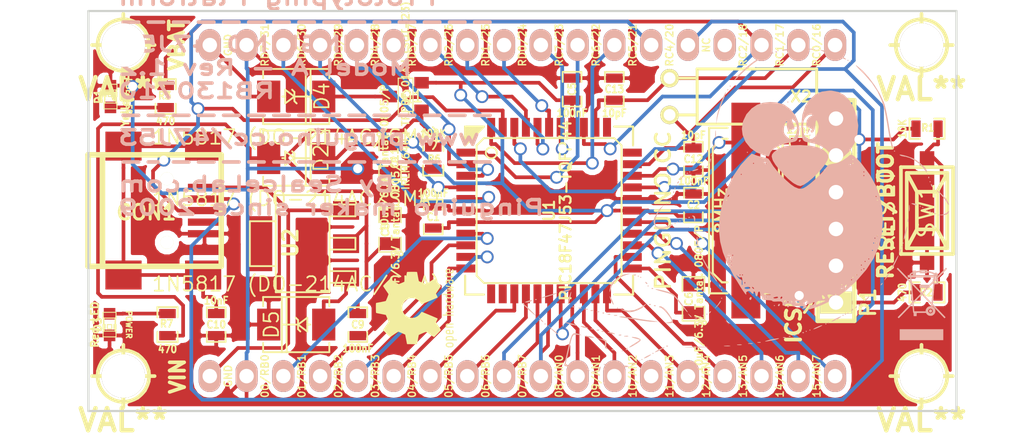
<source format=kicad_pcb>
(kicad_pcb (version 3) (host pcbnew "(2013-06-10 BZR 4207)-testing")
  (layers (15 F.Cu signal) (0 B.Cu signal) (18 B.Paste user) (19 F.Paste user) (20 B.SilkS user hide) (21 F.SilkS user) (22 B.Mask user) (23 F.Mask user) (28 Edge.Cuts user))
  (net 0 "")
  (net 1 /AN0)
  (net 2 /AN1)
  (net 3 /AN2)
  (net 4 /AN3)
  (net 5 /AN4)
  (net 6 /AN5)
  (net 7 /AN6)
  (net 8 /AN7)
  (net 9 /PGC)
  (net 10 /PGD)
  (net 11 /RA6)
  (net 12 /RA7)
  (net 13 /RB0)
  (net 14 /RB1)
  (net 15 /RB2)
  (net 16 /RB3)
  (net 17 /RB4)
  (net 18 /RB5)
  (net 19 /RC0)
  (net 20 /RC1)
  (net 21 /RC2)
  (net 22 /RC6)
  (net 23 /RC7)
  (net 24 /RD0)
  (net 25 /RD1)
  (net 26 /RD2)
  (net 27 /RD3)
  (net 28 /RD4)
  (net 29 /RD5)
  (net 30 /RD6)
  (net 31 /RD7)
  (net 32 /RST)
  (net 33 N-000001)
  (net 34 N-0000028)
  (net 35 N-0000029)
  (net 36 N-0000036)
  (net 37 N-0000037)
  (net 38 N-0000044)
  (net 39 N-0000045)
  (net 40 N-0000049)
  (net 41 N-0000050)
  (net 42 N-0000051)
  (net 43 N-0000052)
  (net 44 N-0000053)
  (net 45 N-000006)
  (net 46 N-000007)
  (net 47 REG3V3+)
  (net 48 USB_D+)
  (net 49 USB_D-)
  (net 50 VBAT)
  (net 51 VBUS)
  (net 52 VDD)
  (net 53 VSS)
  (module pin_strip_18 (layer B.Cu) (at 243.205 139.51)
    (fp_text reference J1 hide)
    (fp_text value HEADER_18 hide)
    (pad 1 thru_hole oval (at -21.59 0) (size 1.524 2.19964) (drill 1.00076) (layers *.Cu *.Mask B.SilkS) (net 51 VBUS))
    (pad 2 thru_hole oval (at -19.05 0) (size 1.524 2.19964) (drill 1.00076) (layers *.Cu *.Mask B.SilkS) (net 53 VSS))
    (pad 3 thru_hole oval (at -16.51 0) (size 1.524 2.19964) (drill 1.00076) (layers *.Cu *.Mask B.SilkS) (net 13 /RB0))
    (pad 4 thru_hole oval (at -13.97 0) (size 1.524 2.19964) (drill 1.00076) (layers *.Cu *.Mask B.SilkS) (net 14 /RB1))
    (pad 5 thru_hole oval (at -11.43 0) (size 1.524 2.19964) (drill 1.00076) (layers *.Cu *.Mask B.SilkS) (net 15 /RB2))
    (pad 6 thru_hole oval (at -8.89 0) (size 1.524 2.19964) (drill 1.00076) (layers *.Cu *.Mask B.SilkS) (net 16 /RB3))
    (pad 7 thru_hole oval (at -6.35 0) (size 1.524 2.19964) (drill 1.00076) (layers *.Cu *.Mask B.SilkS) (net 17 /RB4))
    (pad 8 thru_hole oval (at -3.81 0) (size 1.524 2.19964) (drill 1.00076) (layers *.Cu *.Mask B.SilkS) (net 18 /RB5))
    (pad 9 thru_hole oval (at -1.27 0) (size 1.524 2.19964) (drill 1.00076) (layers *.Cu *.Mask B.SilkS) (net 9 /PGC))
    (pad 10 thru_hole oval (at 1.27 0) (size 1.524 2.19964) (drill 1.00076) (layers *.Cu *.Mask B.SilkS) (net 10 /PGD))
    (pad 11 thru_hole oval (at 3.81 0) (size 1.524 2.19964) (drill 1.00076) (layers *.Cu *.Mask B.SilkS) (net 1 /AN0))
    (pad 12 thru_hole oval (at 6.35 0) (size 1.524 2.19964) (drill 1.00076) (layers *.Cu *.Mask B.SilkS) (net 2 /AN1))
    (pad 13 thru_hole oval (at 8.89 0) (size 1.524 2.19964) (drill 1.00076) (layers *.Cu *.Mask B.SilkS) (net 3 /AN2))
    (pad 14 thru_hole oval (at 11.43 0) (size 1.524 2.19964) (drill 1.00076) (layers *.Cu *.Mask B.SilkS) (net 4 /AN3))
    (pad 15 thru_hole oval (at 13.97 0) (size 1.524 2.19964) (drill 1.00076) (layers *.Cu *.Mask B.SilkS) (net 5 /AN4))
    (pad 16 thru_hole oval (at 16.51 0) (size 1.524 2.19964) (drill 1.00076) (layers *.Cu *.Mask B.SilkS) (net 6 /AN5))
    (pad 17 thru_hole oval (at 19.05 0) (size 1.524 2.19964) (drill 1.00076) (layers *.Cu *.Mask B.SilkS) (net 7 /AN6))
    (pad 18 thru_hole oval (at 21.59 0) (size 1.524 2.19964) (drill 1.00076) (layers *.Cu *.Mask B.SilkS) (net 8 /AN7))
  )
  (module pin_strip_18 (layer B.Cu) (at 243.205 116.65 180)
    (fp_text reference J2 hide)
    (fp_text value HEADER_18 hide)
    (pad 1 thru_hole oval (at -21.59 0 180) (size 1.524 2.19964) (drill 1.00076) (layers *.Cu *.Mask B.SilkS) (net 19 /RC0))
    (pad 2 thru_hole oval (at -19.05 0 180) (size 1.524 2.19964) (drill 1.00076) (layers *.Cu *.Mask B.SilkS) (net 20 /RC1))
    (pad 3 thru_hole oval (at -16.51 0 180) (size 1.524 2.19964) (drill 1.00076) (layers *.Cu *.Mask B.SilkS) (net 21 /RC2))
    (pad 4 thru_hole oval (at -13.97 0 180) (size 1.524 2.19964) (drill 1.00076) (layers *.Cu *.Mask B.SilkS) (net 34 N-0000028))
    (pad 5 thru_hole oval (at -11.43 0 180) (size 1.524 2.19964) (drill 1.00076) (layers *.Cu *.Mask B.SilkS) (net 49 USB_D-))
    (pad 6 thru_hole oval (at -8.89 0 180) (size 1.524 2.19964) (drill 1.00076) (layers *.Cu *.Mask B.SilkS) (net 48 USB_D+))
    (pad 7 thru_hole oval (at -6.35 0 180) (size 1.524 2.19964) (drill 1.00076) (layers *.Cu *.Mask B.SilkS) (net 22 /RC6))
    (pad 8 thru_hole oval (at -3.81 0 180) (size 1.524 2.19964) (drill 1.00076) (layers *.Cu *.Mask B.SilkS) (net 23 /RC7))
    (pad 9 thru_hole oval (at -1.27 0 180) (size 1.524 2.19964) (drill 1.00076) (layers *.Cu *.Mask B.SilkS) (net 24 /RD0))
    (pad 10 thru_hole oval (at 1.27 0 180) (size 1.524 2.19964) (drill 1.00076) (layers *.Cu *.Mask B.SilkS) (net 25 /RD1))
    (pad 11 thru_hole oval (at 3.81 0 180) (size 1.524 2.19964) (drill 1.00076) (layers *.Cu *.Mask B.SilkS) (net 26 /RD2))
    (pad 12 thru_hole oval (at 6.35 0 180) (size 1.524 2.19964) (drill 1.00076) (layers *.Cu *.Mask B.SilkS) (net 27 /RD3))
    (pad 13 thru_hole oval (at 8.89 0 180) (size 1.524 2.19964) (drill 1.00076) (layers *.Cu *.Mask B.SilkS) (net 28 /RD4))
    (pad 14 thru_hole oval (at 11.43 0 180) (size 1.524 2.19964) (drill 1.00076) (layers *.Cu *.Mask B.SilkS) (net 29 /RD5))
    (pad 15 thru_hole oval (at 13.97 0 180) (size 1.524 2.19964) (drill 1.00076) (layers *.Cu *.Mask B.SilkS) (net 30 /RD6))
    (pad 16 thru_hole oval (at 16.51 0 180) (size 1.524 2.19964) (drill 1.00076) (layers *.Cu *.Mask B.SilkS) (net 31 /RD7))
    (pad 17 thru_hole oval (at 19.05 0 180) (size 1.524 2.19964) (drill 1.00076) (layers *.Cu *.Mask B.SilkS) (net 53 VSS))
    (pad 18 thru_hole oval (at 21.59 0 180) (size 1.524 2.19964) (drill 1.00076) (layers *.Cu *.Mask B.SilkS) (net 50 VBAT))
  )
  (module SM0603_Capa (layer F.Cu) (at 262.318 132.016 90)
    (fp_text reference C4 (at 0 0 180) (layer F.SilkS) (effects (font (size 0.508 0.4572) (thickness 0.1143))))
    (fp_text value 22pF (at -1.651 0 180) (layer F.SilkS) (effects (font (size 0.508 0.4572) (thickness 0.1143))))
    (pad 1 smd rect (at -0.762 0 90) (size 0.635 1.143) (layers F.Cu F.Paste F.Mask) (net 12 /RA7))
    (pad 2 smd rect (at 0.762 0 90) (size 0.635 1.143) (layers F.Cu F.Paste F.Mask) (net 53 VSS))
  )
  (module SM0603_Capa (layer F.Cu) (at 262.318 124.142 270)
    (fp_text reference C3 (at 0 0 360) (layer F.SilkS) (effects (font (size 0.508 0.4572) (thickness 0.1143))))
    (fp_text value 22pF (at -1.651 0 360) (layer F.SilkS) (effects (font (size 0.508 0.4572) (thickness 0.1143))))
    (pad 1 smd rect (at -0.762 0 270) (size 0.635 1.143) (layers F.Cu F.Paste F.Mask) (net 11 /RA6))
    (pad 2 smd rect (at 0.762 0 270) (size 0.635 1.143) (layers F.Cu F.Paste F.Mask) (net 53 VSS))
  )
  (module SM0603_Capa (layer F.Cu) (at 255.016 127.698 270)
    (fp_text reference C2 (at 0 0 360) (layer F.SilkS) (effects (font (size 0.508 0.4572) (thickness 0.1143))))
    (fp_text value 100nF (at -1.651 0 360) (layer F.SilkS) (effects (font (size 0.508 0.4572) (thickness 0.1143))))
    (pad 1 smd rect (at -0.762 0 270) (size 0.635 1.143) (layers F.Cu F.Paste F.Mask) (net 53 VSS))
    (pad 2 smd rect (at 0.762 0 270) (size 0.635 1.143) (layers F.Cu F.Paste F.Mask) (net 52 VDD))
  )
  (module SM0603_Capa (layer F.Cu) (at 237.046 128.524 270)
    (fp_text reference C1 (at 0 0 360) (layer F.SilkS) (effects (font (size 0.508 0.4572) (thickness 0.1143))))
    (fp_text value 100nF (at -1.651 0 360) (layer F.SilkS) (effects (font (size 0.508 0.4572) (thickness 0.1143))))
    (pad 1 smd rect (at -0.762 0 270) (size 0.635 1.143) (layers F.Cu F.Paste F.Mask) (net 53 VSS))
    (pad 2 smd rect (at 0.762 0 270) (size 0.635 1.143) (layers F.Cu F.Paste F.Mask) (net 52 VDD))
  )
  (module LED-0603 (layer F.Cu) (at 214.757 120.206 90)
    (fp_text reference D1 (at 0.0005 -0.8255 270) (layer F.SilkS) (effects (font (size 0.508 0.508) (thickness 0.127))))
    (fp_text value "Yellow LED" (at 0 1.016 90) (layer F.SilkS) (effects (font (size 0.508 0.508) (thickness 0.127))))
    (pad 1 smd rect (at -0.7493 0 90) (size 0.79756 0.79756) (layers F.Cu F.Paste F.Mask) (net 33 N-000001))
    (pad 2 smd rect (at 0.7493 0 90) (size 0.79756 0.79756) (layers F.Cu F.Paste F.Mask) (net 53 VSS))
  )
  (module lqfp44 (layer F.Cu) (at 245.046 128.08 270)
    (fp_text reference U1 (at 0 0.0005 270) (layer F.SilkS) (effects (font (size 0.7493 0.7493) (thickness 0.14986))))
    (fp_text value PIC18F47J53-TQFP44 (at 0 -1.143 270) (layer F.SilkS) (effects (font (size 0.7493 0.7493) (thickness 0.14986))))
    (pad 4 smd rect (at -1.6002 5.75056 270) (size 0.55118 1.30048) (layers F.Cu F.Paste F.Mask) (net 30 /RD6))
    (pad 5 smd rect (at -0.8001 5.75056 270) (size 0.55118 1.30048) (layers F.Cu F.Paste F.Mask) (net 31 /RD7))
    (pad 6 smd rect (at 0 5.75056 270) (size 0.55118 1.30048) (layers F.Cu F.Paste F.Mask) (net 53 VSS))
    (pad 7 smd rect (at 0.8001 5.75056 270) (size 0.55118 1.30048) (layers F.Cu F.Paste F.Mask) (net 52 VDD))
    (pad 8 smd rect (at 1.6002 5.75056 270) (size 0.55118 1.30048) (layers F.Cu F.Paste F.Mask) (net 13 /RB0))
    (pad 1 smd rect (at -4.0005 5.75056 270) (size 0.55118 1.30048) (layers F.Cu F.Paste F.Mask) (net 23 /RC7))
    (pad 2 smd rect (at -3.2004 5.75056 270) (size 0.55118 1.30048) (layers F.Cu F.Paste F.Mask) (net 28 /RD4))
    (pad 3 smd rect (at -2.4003 5.75056 270) (size 0.55118 1.30048) (layers F.Cu F.Paste F.Mask) (net 29 /RD5))
    (pad 12 smd rect (at 5.75056 4.0005 270) (size 1.30048 0.55118) (layers F.Cu F.Paste F.Mask) (net 36 N-0000036))
    (pad 13 smd rect (at 5.75056 3.2004 270) (size 1.30048 0.55118) (layers F.Cu F.Paste F.Mask) (net 39 N-0000045))
    (pad 14 smd rect (at 5.75056 2.4003 270) (size 1.30048 0.55118) (layers F.Cu F.Paste F.Mask) (net 17 /RB4))
    (pad 15 smd rect (at 5.75056 1.6002 270) (size 1.30048 0.55118) (layers F.Cu F.Paste F.Mask) (net 18 /RB5))
    (pad 16 smd rect (at 5.75056 0.8001 270) (size 1.30048 0.55118) (layers F.Cu F.Paste F.Mask) (net 9 /PGC))
    (pad 17 smd rect (at 5.75056 0 270) (size 1.30048 0.55118) (layers F.Cu F.Paste F.Mask) (net 10 /PGD))
    (pad 18 smd rect (at 5.75056 -0.8001 270) (size 1.30048 0.55118) (layers F.Cu F.Paste F.Mask) (net 32 /RST))
    (pad 19 smd rect (at 5.75056 -1.6002 270) (size 1.30048 0.55118) (layers F.Cu F.Paste F.Mask) (net 1 /AN0))
    (pad 23 smd rect (at 4.0005 -5.75056 270) (size 0.55118 1.30048) (layers F.Cu F.Paste F.Mask) (net 35 N-0000029))
    (pad 24 smd rect (at 3.2004 -5.75056 270) (size 0.55118 1.30048) (layers F.Cu F.Paste F.Mask) (net 5 /AN4))
    (pad 25 smd rect (at 2.4003 -5.75056 270) (size 0.55118 1.30048) (layers F.Cu F.Paste F.Mask) (net 6 /AN5))
    (pad 26 smd rect (at 1.6002 -5.75056 270) (size 0.55118 1.30048) (layers F.Cu F.Paste F.Mask) (net 7 /AN6))
    (pad 27 smd rect (at 0.8001 -5.75056 270) (size 0.55118 1.30048) (layers F.Cu F.Paste F.Mask) (net 8 /AN7))
    (pad 28 smd rect (at 0 -5.75056 270) (size 0.55118 1.30048) (layers F.Cu F.Paste F.Mask) (net 52 VDD))
    (pad 29 smd rect (at -0.8001 -5.75056 270) (size 0.55118 1.30048) (layers F.Cu F.Paste F.Mask) (net 53 VSS))
    (pad 30 smd rect (at -1.6002 -5.75056 270) (size 0.55118 1.30048) (layers F.Cu F.Paste F.Mask) (net 12 /RA7))
    (pad 34 smd rect (at -5.75056 -4.0005 270) (size 1.30048 0.55118) (layers F.Cu F.Paste F.Mask) (net 37 N-0000037))
    (pad 35 smd rect (at -5.75056 -3.2004 270) (size 1.30048 0.55118) (layers F.Cu F.Paste F.Mask) (net 20 /RC1))
    (pad 36 smd rect (at -5.75056 -2.4003 270) (size 1.30048 0.55118) (layers F.Cu F.Paste F.Mask) (net 21 /RC2))
    (pad 37 smd rect (at -5.75056 -1.6002 270) (size 1.30048 0.55118) (layers F.Cu F.Paste F.Mask) (net 52 VDD))
    (pad 38 smd rect (at -5.75056 -0.8001 270) (size 1.30048 0.55118) (layers F.Cu F.Paste F.Mask) (net 24 /RD0))
    (pad 39 smd rect (at -5.75056 0 270) (size 1.30048 0.55118) (layers F.Cu F.Paste F.Mask) (net 25 /RD1))
    (pad 40 smd rect (at -5.75056 0.8001 270) (size 1.30048 0.55118) (layers F.Cu F.Paste F.Mask) (net 26 /RD2))
    (pad 41 smd rect (at -5.75056 1.6002 270) (size 1.30048 0.55118) (layers F.Cu F.Paste F.Mask) (net 27 /RD3))
    (pad 9 smd rect (at 2.4003 5.75056 270) (size 0.55118 1.30048) (layers F.Cu F.Paste F.Mask) (net 14 /RB1))
    (pad 10 smd rect (at 3.2004 5.75056 270) (size 0.55118 1.30048) (layers F.Cu F.Paste F.Mask) (net 15 /RB2))
    (pad 11 smd rect (at 4.0005 5.75056 270) (size 0.55118 1.30048) (layers F.Cu F.Paste F.Mask) (net 16 /RB3))
    (pad 20 smd rect (at 5.75056 -2.4003 270) (size 1.30048 0.55118) (layers F.Cu F.Paste F.Mask) (net 2 /AN1))
    (pad 21 smd rect (at 5.75056 -3.2004 270) (size 1.30048 0.55118) (layers F.Cu F.Paste F.Mask) (net 3 /AN2))
    (pad 22 smd rect (at 5.75056 -4.0005 270) (size 1.30048 0.55118) (layers F.Cu F.Paste F.Mask) (net 4 /AN3))
    (pad 31 smd rect (at -2.4003 -5.75056 270) (size 0.55118 1.30048) (layers F.Cu F.Paste F.Mask) (net 11 /RA6))
    (pad 32 smd rect (at -3.2004 -5.75056 270) (size 0.55118 1.30048) (layers F.Cu F.Paste F.Mask) (net 19 /RC0))
    (pad 33 smd rect (at -4.0005 -5.75056 270) (size 0.55118 1.30048) (layers F.Cu F.Paste F.Mask) (net 38 N-0000044))
    (pad 42 smd rect (at -5.75056 2.4003 270) (size 1.30048 0.55118) (layers F.Cu F.Paste F.Mask) (net 49 USB_D-))
    (pad 43 smd rect (at -5.75056 3.2004 270) (size 1.30048 0.55118) (layers F.Cu F.Paste F.Mask) (net 48 USB_D+))
    (pad 44 smd rect (at -5.75056 4.0005 270) (size 1.30048 0.55118) (layers F.Cu F.Paste F.Mask) (net 22 /RC6))
  )
  (module LED-0603 (layer F.Cu) (at 214.694 135.954 270)
    (fp_text reference D3 (at -0.0005 0.826 450) (layer F.SilkS) (effects (font (size 0.508 0.508) (thickness 0.127))))
    (fp_text value "Red LED" (at 0 1.016 270) (layer F.SilkS) (effects (font (size 0.508 0.508) (thickness 0.127))))
    (pad 1 smd rect (at -0.7493 0 270) (size 0.79756 0.79756) (layers F.Cu F.Paste F.Mask) (net 44 N-0000053))
    (pad 2 smd rect (at 0.7493 0 270) (size 0.79756 0.79756) (layers F.Cu F.Paste F.Mask) (net 53 VSS))
  )
  (module SM0603_Resistor (layer F.Cu) (at 218.567 120.206 90)
    (fp_text reference R3 (at 0.0635 -0.0635 180) (layer F.SilkS) (effects (font (size 0.50038 0.4572) (thickness 0.1143))))
    (fp_text value 470 (at -1.69926 0 180) (layer F.SilkS) (effects (font (size 0.508 0.4572) (thickness 0.1143))))
    (pad 1 smd rect (at -0.762 0 90) (size 0.635 1.143) (layers F.Cu F.Paste F.Mask) (net 33 N-000001))
    (pad 2 smd rect (at 0.762 0 90) (size 0.635 1.143) (layers F.Cu F.Paste F.Mask) (net 21 /RC2))
  )
  (module SM0603_Resistor (layer F.Cu) (at 271.145 133.731)
    (fp_text reference R2 (at -0.0635 0 180) (layer F.SilkS) (effects (font (size 0.50038 0.4572) (thickness 0.1143))))
    (fp_text value 470 (at -1.69926 0 90) (layer F.SilkS) (effects (font (size 0.508 0.4572) (thickness 0.1143))))
    (pad 1 smd rect (at -0.762 0) (size 0.635 1.143) (layers F.Cu F.Paste F.Mask) (net 32 /RST))
    (pad 2 smd rect (at 0.762 0) (size 0.635 1.143) (layers F.Cu F.Paste F.Mask) (net 45 N-000006))
  )
  (module SM0603_Resistor (layer F.Cu) (at 271.145 122.428)
    (fp_text reference R1 (at 0.0635 -0.0635 180) (layer F.SilkS) (effects (font (size 0.50038 0.4572) (thickness 0.1143))))
    (fp_text value 10K (at -1.69926 0 90) (layer F.SilkS) (effects (font (size 0.508 0.4572) (thickness 0.1143))))
    (pad 1 smd rect (at -0.762 0) (size 0.635 1.143) (layers F.Cu F.Paste F.Mask) (net 52 VDD))
    (pad 2 smd rect (at 0.762 0) (size 0.635 1.143) (layers F.Cu F.Paste F.Mask) (net 45 N-000006))
  )
  (module smd_push (layer F.Cu) (at 271.145 128.08 270)
    (fp_text reference SW1 (at 0 0.0635 270) (layer F.SilkS) (effects (font (size 1.143 1.27) (thickness 0.1524))))
    (fp_text value RESET (at 0 2.79908 270) (layer F.SilkS) (effects (font (size 1.143 1.27) (thickness 0.1524))))
    (pad 1 smd rect (at -3.59918 0 270) (size 1.00076 1.00076) (layers F.Cu F.Paste F.Mask) (net 45 N-000006))
    (pad 2 smd rect (at 3.59918 0 270) (size 1.00076 1.00076) (layers F.Cu F.Paste F.Mask) (net 53 VSS))
  )
  (module USB_MINI_B (layer F.Cu) (at 217.805 128.08)
    (fp_text reference CON1 (at -0.5715 0.127) (layer F.SilkS) (effects (font (size 1.016 1.016) (thickness 0.2032))))
    (fp_text value USB-MINI-B hide)
    (pad 1 smd rect (at 3.44932 -1.6002) (size 2.30124 0.50038) (layers F.Cu F.Paste F.Mask) (net 51 VBUS))
    (pad 2 smd rect (at 3.44932 -0.8001) (size 2.30124 0.50038) (layers F.Cu F.Paste F.Mask) (net 49 USB_D-))
    (pad 3 smd rect (at 3.44932 0) (size 2.30124 0.50038) (layers F.Cu F.Paste F.Mask) (net 48 USB_D+))
    (pad 4 smd rect (at 3.44932 0.8001) (size 2.30124 0.50038) (layers F.Cu F.Paste F.Mask) (net 43 N-0000052))
    (pad 5 smd rect (at 3.44932 1.6002) (size 2.30124 0.50038) (layers F.Cu F.Paste F.Mask) (net 53 VSS))
    (pad 6 smd rect (at 3.35026 -4.45008) (size 2.49936 1.99898) (layers F.Cu F.Paste F.Mask) (net 42 N-0000051))
    (pad 7 smd rect (at -2.14884 -4.45008) (size 2.49936 1.99898) (layers F.Cu F.Paste F.Mask) (net 42 N-0000051))
    (pad 8 smd rect (at 3.35026 4.45008) (size 2.49936 1.99898) (layers F.Cu F.Paste F.Mask) (net 42 N-0000051))
    (pad 9 smd rect (at -2.14884 4.45008) (size 2.49936 1.99898) (layers F.Cu F.Paste F.Mask) (net 42 N-0000051))
    (pad "" np_thru_hole circle (at 0.8509 -2.19964) (size 0.89916 0.89916) (drill 0.89916) (layers *.Cu *.Mask F.SilkS))
    (pad 2 np_thru_hole circle (at 0.8509 2.19964) (size 0.89916 0.89916) (drill 0.89916) (layers *.Cu *.Mask F.SilkS) (net 49 USB_D-))
  )
  (module SM0603_Capa (layer F.Cu) (at 222.06 135.954 270)
    (fp_text reference C10 (at 0 0 360) (layer F.SilkS) (effects (font (size 0.508 0.4572) (thickness 0.1143))))
    (fp_text value 10nF (at -1.651 0 360) (layer F.SilkS) (effects (font (size 0.508 0.4572) (thickness 0.1143))))
    (pad 1 smd rect (at -0.762 0 270) (size 0.635 1.143) (layers F.Cu F.Paste F.Mask) (net 42 N-0000051))
    (pad 2 smd rect (at 0.762 0 270) (size 0.635 1.143) (layers F.Cu F.Paste F.Mask) (net 53 VSS))
  )
  (module "DO-214AC(SMA)" (layer F.Cu) (at 227.584 124.46)
    (fp_text reference D2 (at 1.7145 -0.0005 90) (layer F.SilkS) (effects (font (size 1.00076 1.00076) (thickness 0.11938))))
    (fp_text value "1N5817 (DO-214AC/SMA)" (at 0 2.79908) (layer F.SilkS) (effects (font (size 1.00076 1.00076) (thickness 0.11938))))
    (pad 1 smd rect (at -1.89992 0) (size 1.6002 2.19964) (layers F.Cu F.Paste F.Mask) (net 47 REG3V3+))
    (pad 2 smd rect (at 1.89992 0) (size 1.6002 2.19964) (layers F.Cu F.Paste F.Mask) (net 52 VDD))
  )
  (module Q_49U3HMS (layer F.Cu) (at 258.636 128.08 270)
    (fp_text reference X1 (at 0 0 270) (layer F.SilkS) (effects (font (size 0.8 0.8))))
    (fp_text value 8MHz (at 0 1.7 270) (layer F.SilkS) (effects (font (size 0.8 0.8))))
    (pad 1 smd rect (at -4.699 0 270) (size 5.4991 1.99898) (layers F.Cu F.Paste F.Mask) (net 11 /RA6))
    (pad 2 smd rect (at 4.699 0 270) (size 5.4991 1.99898) (layers F.Cu F.Paste F.Mask) (net 12 /RA7))
  )
  (module SM0603_Capa (layer F.Cu) (at 246.634 119.698 90)
    (fp_text reference C5 (at 0 0.0005 270) (layer F.SilkS) (effects (font (size 0.508 0.4572) (thickness 0.1143))))
    (fp_text value 100nF (at -1.651 0 180) (layer F.SilkS) (effects (font (size 0.508 0.4572) (thickness 0.1143))))
    (pad 1 smd rect (at -0.762 0 90) (size 0.635 1.143) (layers F.Cu F.Paste F.Mask) (net 52 VDD))
    (pad 2 smd rect (at 0.762 0 90) (size 0.635 1.143) (layers F.Cu F.Paste F.Mask) (net 53 VSS))
  )
  (module SM0603_Capa (layer F.Cu) (at 231.838 135.954 90)
    (fp_text reference C9 (at 0 0 180) (layer F.SilkS) (effects (font (size 0.508 0.4572) (thickness 0.1143))))
    (fp_text value 100nF (at -1.651 0 180) (layer F.SilkS) (effects (font (size 0.508 0.4572) (thickness 0.1143))))
    (pad 1 smd rect (at -0.762 0 90) (size 0.635 1.143) (layers F.Cu F.Paste F.Mask) (net 53 VSS))
    (pad 2 smd rect (at 0.762 0 90) (size 0.635 1.143) (layers F.Cu F.Paste F.Mask) (net 47 REG3V3+))
  )
  (module "DO-214AC(SMA)" (layer F.Cu) (at 227.584 120.206)
    (fp_text reference D4 (at 1.778 0 90) (layer F.SilkS) (effects (font (size 1.00076 1.00076) (thickness 0.11938))))
    (fp_text value "1N5817 (DO-214AC/SMA)" (at 0 2.79908) (layer F.SilkS) (effects (font (size 1.00076 1.00076) (thickness 0.11938))))
    (pad 1 smd rect (at -1.89992 0) (size 1.6002 2.19964) (layers F.Cu F.Paste F.Mask) (net 50 VBAT))
    (pad 2 smd rect (at 1.89992 0) (size 1.6002 2.19964) (layers F.Cu F.Paste F.Mask) (net 41 N-0000050))
  )
  (module SM0603_Resistor (layer F.Cu) (at 237.046 124.46 270)
    (fp_text reference R6 (at 0.0635 -0.0635 360) (layer F.SilkS) (effects (font (size 0.50038 0.4572) (thickness 0.1143))))
    (fp_text value 100K (at -1.69926 0 360) (layer F.SilkS) (effects (font (size 0.508 0.4572) (thickness 0.1143))))
    (pad 1 smd rect (at -0.762 0 270) (size 0.635 1.143) (layers F.Cu F.Paste F.Mask) (net 47 REG3V3+))
    (pad 2 smd rect (at 0.762 0 270) (size 0.635 1.143) (layers F.Cu F.Paste F.Mask) (net 53 VSS))
  )
  (module SM0603_Resistor (layer F.Cu) (at 218.694 135.954 90)
    (fp_text reference R7 (at 0.0635 -0.0635 180) (layer F.SilkS) (effects (font (size 0.50038 0.4572) (thickness 0.1143))))
    (fp_text value 470 (at -1.69926 0 180) (layer F.SilkS) (effects (font (size 0.508 0.4572) (thickness 0.1143))))
    (pad 1 smd rect (at -0.762 0 90) (size 0.635 1.143) (layers F.Cu F.Paste F.Mask) (net 47 REG3V3+))
    (pad 2 smd rect (at 0.762 0 90) (size 0.635 1.143) (layers F.Cu F.Paste F.Mask) (net 44 N-0000053))
  )
  (module pin_strip_6 (layer F.Cu) (at 264.858 128.08 90)
    (fp_text reference P1 (at -6.3495 2.2225 270) (layer F.SilkS) (effects (font (size 1.016 1.016) (thickness 0.2032))))
    (fp_text value ICSP hide)
    (pad 1 thru_hole rect (at -6.35 0 90) (size 1.524 2.19964) (drill 1.00076) (layers *.Cu *.Mask F.SilkS) (net 32 /RST))
    (pad 2 thru_hole oval (at -3.81 0 90) (size 1.524 2.19964) (drill 1.00076) (layers *.Cu *.Mask F.SilkS) (net 52 VDD))
    (pad 3 thru_hole oval (at -1.27 0 90) (size 1.524 2.19964) (drill 1.00076) (layers *.Cu *.Mask F.SilkS) (net 53 VSS))
    (pad 4 thru_hole oval (at 1.27 0 90) (size 1.524 2.19964) (drill 1.00076) (layers *.Cu *.Mask F.SilkS) (net 10 /PGD))
    (pad 5 thru_hole oval (at 3.81 0 90) (size 1.524 2.19964) (drill 1.00076) (layers *.Cu *.Mask F.SilkS) (net 9 /PGC))
    (pad 6 thru_hole oval (at 6.35 0 90) (size 1.524 2.19964) (drill 1.00076) (layers *.Cu *.Mask F.SilkS) (net 46 N-000007))
  )
  (module sot223 (layer F.Cu) (at 228.028 130.366 90)
    (fp_text reference U2 (at 0.0508 -0.8382 90) (layer F.SilkS) (effects (font (size 1.00076 1.00076) (thickness 0.20066))))
    (fp_text value "AMS1117-3.3V (SOT-223)" hide)
    (pad 1 smd rect (at -2.30124 2.99974 90) (size 1.30048 1.80086) (layers F.Cu F.Paste F.Mask) (net 40 N-0000049))
    (pad 2 smd rect (at 0 2.99974 90) (size 1.30048 1.80086) (layers F.Cu F.Paste F.Mask) (net 47 REG3V3+))
    (pad 3 smd rect (at 2.30124 2.99974 90) (size 1.30048 1.80086) (layers F.Cu F.Paste F.Mask) (net 51 VBUS))
    (pad 4 smd rect (at 0 -2.99974 90) (size 3.79984 1.80086) (layers F.Cu F.Paste F.Mask))
  )
  (module "DO-214AC(SMA)" (layer F.Cu) (at 227.584 135.954 180)
    (fp_text reference D5 (at 1.7145 0 270) (layer F.SilkS) (effects (font (size 1.00076 1.00076) (thickness 0.11938))))
    (fp_text value "1N5817 (DO-214AC/SMA)" (at 0 2.79908 180) (layer F.SilkS) (effects (font (size 1.00076 1.00076) (thickness 0.11938))))
    (pad 1 smd rect (at -1.89992 0 180) (size 1.6002 2.19964) (layers F.Cu F.Paste F.Mask) (net 40 N-0000049))
    (pad 2 smd rect (at 1.89992 0 180) (size 1.6002 2.19964) (layers F.Cu F.Paste F.Mask) (net 53 VSS))
  )
  (module SOT23 (layer F.Cu) (at 235.14 120.206 90)
    (fp_text reference Q1 (at 0 0.4445 180) (layer F.SilkS) (effects (font (size 0.762 0.762) (thickness 0.11938))))
    (fp_text value "IRLML6402 TRPBF 01AH (SOT-23)" (at 0.0635 0 90) (layer F.SilkS) (effects (font (size 0.50038 0.50038) (thickness 0.09906))))
    (pad 3 smd rect (at 0 -1.09982 90) (size 0.8001 1.00076) (layers F.Cu F.Paste F.Mask) (net 41 N-0000050))
    (pad 2 smd rect (at 0.9525 1.09982 90) (size 0.8001 1.00076) (layers F.Cu F.Paste F.Mask) (net 52 VDD))
    (pad 1 smd rect (at -0.9525 1.09982 90) (size 0.8001 1.00076) (layers F.Cu F.Paste F.Mask) (net 47 REG3V3+))
  )
  (module hole_3mm (layer F.Cu) (at 215.646 116.65)
    (fp_text reference hole_3mm_1 hide)
    (fp_text value VAL** (at 0 3.048) (layer F.SilkS) (effects (font (thickness 0.3048))))
    (pad 1 thru_hole circle (at 0 0) (size 2.99974 2.99974) (drill 2.99974) (layers *.Cu F.SilkS))
  )
  (module hole_3mm (layer F.Cu) (at 215.646 139.51)
    (fp_text reference hole_3mm_4 hide)
    (fp_text value VAL** (at 0 3.048) (layer F.SilkS) (effects (font (thickness 0.3048))))
    (pad 1 thru_hole circle (at 0 0) (size 2.99974 2.99974) (drill 2.99974) (layers *.Cu F.SilkS))
  )
  (module hole_3mm (layer F.Cu) (at 270.764 116.65)
    (fp_text reference hole_3mm_2 hide)
    (fp_text value VAL** (at 0 3.048) (layer F.SilkS) (effects (font (thickness 0.3048))))
    (pad 1 thru_hole circle (at 0 0) (size 2.99974 2.99974) (drill 2.99974) (layers *.Cu F.SilkS))
  )
  (module hole_3mm (layer F.Cu) (at 270.764 139.51)
    (fp_text reference hole_3mm_3 hide)
    (fp_text value VAL** (at 0 3.048) (layer F.SilkS) (effects (font (thickness 0.3048))))
    (pad 1 thru_hole circle (at 0 0) (size 2.99974 2.99974) (drill 2.99974) (layers *.Cu F.SilkS))
  )
  (module SM0603_Capa (layer F.Cu) (at 255.016 124.524 270)
    (fp_text reference C12 (at 0 0 360) (layer F.SilkS) (effects (font (size 0.508 0.4572) (thickness 0.1143))))
    (fp_text value 10pF (at -1.651 0 360) (layer F.SilkS) (effects (font (size 0.508 0.4572) (thickness 0.1143))))
    (pad 1 smd rect (at -0.762 0 270) (size 0.635 1.143) (layers F.Cu F.Paste F.Mask) (net 19 /RC0))
    (pad 2 smd rect (at 0.762 0 270) (size 0.635 1.143) (layers F.Cu F.Paste F.Mask) (net 53 VSS))
  )
  (module SM0603_Capa (layer F.Cu) (at 249.555 119.698 90)
    (fp_text reference C13 (at 0 0 180) (layer F.SilkS) (effects (font (size 0.508 0.4572) (thickness 0.1143))))
    (fp_text value 10pF (at -1.651 0 180) (layer F.SilkS) (effects (font (size 0.508 0.4572) (thickness 0.1143))))
    (pad 1 smd rect (at -0.762 0 90) (size 0.635 1.143) (layers F.Cu F.Paste F.Mask) (net 20 /RC1))
    (pad 2 smd rect (at 0.762 0 90) (size 0.635 1.143) (layers F.Cu F.Paste F.Mask) (net 53 VSS))
  )
  (module QMONTRE (layer F.Cu) (at 253.365 120.206 90)
    (fp_text reference X2 (at 0 9.0805 180) (layer F.SilkS) (effects (font (size 0.762 0.762) (thickness 0.1524))))
    (fp_text value 32768Hz hide)
    (pad 1 thru_hole circle (at -1.27 0 90) (size 1.27 1.27) (drill 0.8128) (layers *.Cu *.Mask F.SilkS) (net 19 /RC0))
    (pad 2 thru_hole circle (at 1.27 0 90) (size 1.27 1.27) (drill 0.8128) (layers *.Cu *.Mask F.SilkS) (net 20 /RC1))
  )
  (module LOGO (layer B.Cu) (at 257.937 128.0795)
    (fp_text reference G1 hide)
    (fp_text value LOGO hide)
  )
  (module Logo_silk_WEEE_3.4x5mm (layer B.Cu) (at 270.764 134.5565)
    (fp_text reference G2 hide)
    (fp_text value LOGO hide)
  )
  (module SM0805 (layer F.Cu) (at 255.016 134.176 90)
    (fp_text reference C6 (at 0 -0.3175 90) (layer F.SilkS) (effects (font (size 0.50038 0.50038) (thickness 0.10922))))
    (fp_text value "10uF/6.3V Tantal. 0805/P" (at 0 0.381 90) (layer F.SilkS) (effects (font (size 0.50038 0.50038) (thickness 0.10922))))
    (pad 1 smd rect (at -0.9525 0 90) (size 0.889 1.397) (layers F.Cu F.Paste F.Mask) (net 35 N-0000029))
    (pad 2 smd rect (at 0.9525 0 90) (size 0.889 1.397) (layers F.Cu F.Paste F.Mask) (net 53 VSS))
  )
  (module SM0805 (layer F.Cu) (at 234.061 129.413 90)
    (fp_text reference C8 (at 0 -0.3175 90) (layer F.SilkS) (effects (font (size 0.50038 0.50038) (thickness 0.10922))))
    (fp_text value "10uF/6.3V Tantal. 0805/P" (at 0 0.381 90) (layer F.SilkS) (effects (font (size 0.50038 0.50038) (thickness 0.10922))))
    (pad 1 smd rect (at -0.9525 0 90) (size 0.889 1.397) (layers F.Cu F.Paste F.Mask) (net 47 REG3V3+))
    (pad 2 smd rect (at 0.9525 0 90) (size 0.889 1.397) (layers F.Cu F.Paste F.Mask) (net 53 VSS))
  )
  (module SM0805 (layer F.Cu) (at 234.061 124.46 270)
    (fp_text reference C11 (at 0 -0.3175 270) (layer F.SilkS) (effects (font (size 0.50038 0.50038) (thickness 0.10922))))
    (fp_text value "10uF/6.3V Tantal. 0805/P" (at 0 0.381 270) (layer F.SilkS) (effects (font (size 0.50038 0.50038) (thickness 0.10922))))
    (pad 1 smd rect (at -0.9525 0 270) (size 0.889 1.397) (layers F.Cu F.Paste F.Mask) (net 52 VDD))
    (pad 2 smd rect (at 0.9525 0 270) (size 0.889 1.397) (layers F.Cu F.Paste F.Mask) (net 53 VSS))
  )
  (module Logo_silk_OSHW_6x6mm (layer F.Cu) (at 235.331 134.81 90)
    (fp_text reference G*** hide)
    (fp_text value LOGO hide)
  )
  (gr_line (start 213.233 141.9225) (end 273.177 141.9225) (angle 90) (layer Edge.Cuts) (width 0.15))
  (gr_line (start 213.233 114.3) (end 213.233 141.9225) (angle 90) (layer Edge.Cuts) (width 0.15))
  (gr_line (start 273.177 114.3) (end 213.233 114.3) (angle 90) (layer Edge.Cuts) (width 0.15))
  (gr_line (start 273.177 141.9225) (end 273.177 114.3) (angle 90) (layer Edge.Cuts) (width 0.15))
  (gr_text PINGUINO.CC (at 252.9205 128.0795 90) (layer F.SilkS) (effects (font (size 1 1.143) (thickness 0.1905))))
  (gr_text VBAT (at 219.329 116.6495 90) (layer F.SilkS) (effects (font (size 1 1) (thickness 0.25))))
  (gr_text VIN (at 219.3925 139.5095 90) (layer F.SilkS) (effects (font (size 1 1) (thickness 0.25))))
  (gr_text GND (at 222.885 139.5095 90) (layer F.SilkS) (effects (font (size 0.508 0.508) (thickness 0.09525))))
  (gr_text 15/AN7 (at 263.525 139.5095 90) (layer F.SilkS) (effects (font (size 0.508 0.508) (thickness 0.09525))))
  (gr_text 14/AN6 (at 260.985 139.5095 90) (layer F.SilkS) (effects (font (size 0.508 0.508) (thickness 0.09525))))
  (gr_text 13/AN5 (at 258.445 139.5095 90) (layer F.SilkS) (effects (font (size 0.508 0.508) (thickness 0.09525))))
  (gr_text 12/AN4 (at 255.905 139.5095 90) (layer F.SilkS) (effects (font (size 0.508 0.508) (thickness 0.09525))))
  (gr_text 11/AN3 (at 253.365 139.5095 90) (layer F.SilkS) (effects (font (size 0.508 0.508) (thickness 0.09525))))
  (gr_text 10/AN2 (at 250.825 139.5095 90) (layer F.SilkS) (effects (font (size 0.508 0.508) (thickness 0.09525))))
  (gr_text 09/AN1 (at 248.285 139.5095 90) (layer F.SilkS) (effects (font (size 0.508 0.508) (thickness 0.09525))))
  (gr_text 08/AN0 (at 245.745 139.5095 90) (layer F.SilkS) (effects (font (size 0.508 0.508) (thickness 0.09525))))
  (gr_text 07/RB7 (at 243.205 139.5095 90) (layer F.SilkS) (effects (font (size 0.508 0.508) (thickness 0.09525))))
  (gr_text 06/RB6 (at 240.665 139.5095 90) (layer F.SilkS) (effects (font (size 0.508 0.508) (thickness 0.09525))))
  (gr_text 05/RB5 (at 238.125 139.5095 90) (layer F.SilkS) (effects (font (size 0.508 0.508) (thickness 0.09525))))
  (gr_text 04/RB4 (at 235.585 139.5095 90) (layer F.SilkS) (effects (font (size 0.508 0.508) (thickness 0.09525))))
  (gr_text 03/RB3 (at 233.045 139.5095 90) (layer F.SilkS) (effects (font (size 0.508 0.508) (thickness 0.09525))))
  (gr_text 02/RB2 (at 230.505 139.5095 90) (layer F.SilkS) (effects (font (size 0.508 0.508) (thickness 0.09525))))
  (gr_text 01/RB1 (at 227.965 139.5095 90) (layer F.SilkS) (effects (font (size 0.508 0.508) (thickness 0.09525))))
  (gr_text 00/RB0 (at 225.425 139.5095 90) (layer F.SilkS) (effects (font (size 0.508 0.508) (thickness 0.09525))))
  (gr_text RC0/16 (at 263.525 116.6495 90) (layer F.SilkS) (effects (font (size 0.5 0.5) (thickness 0.09525))))
  (gr_text RC1/17 (at 260.985 116.6495 90) (layer F.SilkS) (effects (font (size 0.5 0.5) (thickness 0.09525))))
  (gr_text RC2/18 (at 258.445 116.6495 90) (layer F.SilkS) (effects (font (size 0.5 0.5) (thickness 0.09525))))
  (gr_text NC (at 255.905 116.6495 90) (layer F.SilkS) (effects (font (size 0.5 0.5) (thickness 0.09525))))
  (gr_text RC4/20 (at 253.365 116.6495 90) (layer F.SilkS) (effects (font (size 0.5 0.5) (thickness 0.09525))))
  (gr_text RC5/21 (at 250.825 116.6495 90) (layer F.SilkS) (effects (font (size 0.5 0.5) (thickness 0.09525))))
  (gr_text RC6/22 (at 248.285 116.6495 90) (layer F.SilkS) (effects (font (size 0.5 0.5) (thickness 0.09525))))
  (gr_text RC7/23 (at 245.745 116.6495 90) (layer F.SilkS) (effects (font (size 0.5 0.5) (thickness 0.09525))))
  (gr_text RD0/24 (at 243.205 116.6495 90) (layer F.SilkS) (effects (font (size 0.5 0.5) (thickness 0.09525))))
  (gr_text RD1/25 (at 240.665 116.6495 90) (layer F.SilkS) (effects (font (size 0.5 0.5) (thickness 0.09525))))
  (gr_text RD2/26 (at 238.125 116.6495 90) (layer F.SilkS) (effects (font (size 0.5 0.5) (thickness 0.09525))))
  (gr_text RD3/27 (at 235.585 116.6495 90) (layer F.SilkS) (effects (font (size 0.5 0.5) (thickness 0.09525))))
  (gr_text RD4/28 (at 233.045 116.6495 90) (layer F.SilkS) (effects (font (size 0.5 0.5) (thickness 0.09525))))
  (gr_text RD5/29 (at 230.505 116.6495 90) (layer F.SilkS) (effects (font (size 0.5 0.5) (thickness 0.09525))))
  (gr_text RD6/30 (at 227.965 116.6495 90) (layer F.SilkS) (effects (font (size 0.5 0.5) (thickness 0.09525))))
  (gr_text RD7/31 (at 225.425 116.6495 90) (layer F.SilkS) (effects (font (size 0.5 0.5) (thickness 0.09525))))
  (gr_text GND (at 222.885 116.6495 90) (layer F.SilkS) (effects (font (size 0.5 0.5) (thickness 0.09525))))
  (gr_text USERLED (at 216.027 120.2055 270) (layer F.SilkS) (effects (font (size 0.381 0.381) (thickness 0.09525))))
  (gr_text POWER (at 216.027 135.9535 270) (layer F.SilkS) (effects (font (size 0.381 0.381) (thickness 0.09525))))
  (gr_text RESET/BOOT (at 268.2875 128.0795 90) (layer F.SilkS) (effects (font (size 1 1) (thickness 0.25))))
  (gr_text ICSP (at 261.9375 135.509 90) (layer F.SilkS) (effects (font (size 1 1) (thickness 0.25))))
  (gr_text ^ (at 261.239 134.493 270) (layer F.SilkS) (effects (font (size 3.2512 3.2512) (thickness 0.2032))))
  (gr_text "Open Hardware Electronics\nPrototyping Platform\n---------------\nPINGUINO 47J53\nModel A - Rev 1.2\nRB130710\n---------------\nwww.pinguino.cc/47J53\n---------------\nBy SeaIceLab.com\nPinguino maker since 2009\n" (at 215.138 119.8245) (layer B.SilkS) (effects (font (size 1 1.4) (thickness 0.25)) (justify right mirror)))
  (segment (start 246.6462 133.8306) (end 246.6462 134.9891) (width 0.254) (layer F.Cu) (net 1))
  (segment (start 247.015 139.51) (end 247.015 137.9018) (width 0.254) (layer F.Cu) (net 1))
  (segment (start 247.015 136.2771) (end 247.015 137.9018) (width 0.254) (layer F.Cu) (net 1))
  (segment (start 246.6462 135.9083) (end 247.015 136.2771) (width 0.254) (layer F.Cu) (net 1))
  (segment (start 246.6462 134.9891) (end 246.6462 135.9083) (width 0.254) (layer F.Cu) (net 1))
  (segment (start 247.4463 135.7931) (end 249.555 137.9018) (width 0.254) (layer F.Cu) (net 2))
  (segment (start 247.4463 133.8306) (end 247.4463 135.7931) (width 0.254) (layer F.Cu) (net 2))
  (segment (start 249.555 139.51) (end 249.555 137.9018) (width 0.254) (layer F.Cu) (net 2))
  (segment (start 248.2464 135.6614) (end 248.2464 133.8306) (width 0.254) (layer F.Cu) (net 3))
  (segment (start 252.095 139.51) (end 248.2464 135.6614) (width 0.254) (layer F.Cu) (net 3))
  (segment (start 250.1141 134.9891) (end 254.635 139.51) (width 0.254) (layer F.Cu) (net 4))
  (segment (start 249.0465 134.9891) (end 250.1141 134.9891) (width 0.254) (layer F.Cu) (net 4))
  (segment (start 249.0465 133.8306) (end 249.0465 134.9891) (width 0.254) (layer F.Cu) (net 4))
  (segment (start 254.9374 137.2724) (end 257.175 139.51) (width 0.254) (layer F.Cu) (net 5))
  (segment (start 254.3353 137.2724) (end 254.9374 137.2724) (width 0.254) (layer F.Cu) (net 5))
  (segment (start 249.6381 132.5752) (end 254.3353 137.2724) (width 0.254) (layer F.Cu) (net 5))
  (segment (start 249.6381 131.2804) (end 249.6381 132.5752) (width 0.254) (layer F.Cu) (net 5))
  (segment (start 250.7966 131.2804) (end 249.6381 131.2804) (width 0.254) (layer F.Cu) (net 5))
  (via (at 252.5668 131.018) (size 0.889) (layers F.Cu B.Cu) (net 6))
  (segment (start 250.7966 130.4803) (end 251.9551 130.4803) (width 0.254) (layer F.Cu) (net 6))
  (segment (start 259.715 139.51) (end 259.715 137.9018) (width 0.254) (layer B.Cu) (net 6))
  (segment (start 252.8312 131.018) (end 252.5668 131.018) (width 0.254) (layer B.Cu) (net 6))
  (segment (start 259.715 137.9018) (end 252.8312 131.018) (width 0.254) (layer B.Cu) (net 6))
  (segment (start 252.4928 131.018) (end 252.5668 131.018) (width 0.254) (layer F.Cu) (net 6))
  (segment (start 251.9551 130.4803) (end 252.4928 131.018) (width 0.254) (layer F.Cu) (net 6))
  (via (at 253.8429 130.3507) (size 0.889) (layers F.Cu B.Cu) (net 7))
  (segment (start 253.261 130.3507) (end 253.8429 130.3507) (width 0.254) (layer F.Cu) (net 7))
  (segment (start 252.5905 129.6802) (end 253.261 130.3507) (width 0.254) (layer F.Cu) (net 7))
  (segment (start 250.7966 129.6802) (end 252.5905 129.6802) (width 0.254) (layer F.Cu) (net 7))
  (segment (start 261.394 137.9018) (end 262.255 137.9018) (width 0.254) (layer B.Cu) (net 7))
  (segment (start 253.8429 130.3507) (end 261.394 137.9018) (width 0.254) (layer B.Cu) (net 7))
  (segment (start 262.255 139.51) (end 262.255 137.9018) (width 0.254) (layer B.Cu) (net 7))
  (via (at 255.6449 130.3599) (size 0.889) (layers F.Cu B.Cu) (net 8))
  (segment (start 264.795 139.51) (end 255.6449 130.3599) (width 0.254) (layer B.Cu) (net 8))
  (segment (start 254.6829 129.3979) (end 255.6449 130.3599) (width 0.254) (layer F.Cu) (net 8))
  (segment (start 253.6642 129.3979) (end 254.6829 129.3979) (width 0.254) (layer F.Cu) (net 8))
  (segment (start 253.1464 128.8801) (end 253.6642 129.3979) (width 0.254) (layer F.Cu) (net 8))
  (segment (start 250.7966 128.8801) (end 253.1464 128.8801) (width 0.254) (layer F.Cu) (net 8))
  (segment (start 244.2459 137.1991) (end 241.935 139.51) (width 0.254) (layer F.Cu) (net 9))
  (segment (start 244.2459 133.8306) (end 244.2459 137.1991) (width 0.254) (layer F.Cu) (net 9))
  (segment (start 241.935 139.51) (end 241.935 137.9018) (width 0.254) (layer B.Cu) (net 9))
  (segment (start 251.7095 128.1273) (end 241.935 137.9018) (width 0.254) (layer B.Cu) (net 9))
  (segment (start 261.0007 128.1273) (end 251.7095 128.1273) (width 0.254) (layer B.Cu) (net 9))
  (segment (start 264.858 124.27) (end 261.0007 128.1273) (width 0.254) (layer B.Cu) (net 9))
  (segment (start 244.475 139.51) (end 244.475 137.9018) (width 0.254) (layer B.Cu) (net 10))
  (segment (start 244.475 139.51) (end 244.475 137.9018) (width 0.254) (layer F.Cu) (net 10))
  (segment (start 244.475 136.6955) (end 244.475 137.9018) (width 0.254) (layer B.Cu) (net 10))
  (segment (start 252.4079 128.7626) (end 244.475 136.6955) (width 0.254) (layer B.Cu) (net 10))
  (segment (start 262.9054 128.7626) (end 252.4079 128.7626) (width 0.254) (layer B.Cu) (net 10))
  (segment (start 264.858 126.81) (end 262.9054 128.7626) (width 0.254) (layer B.Cu) (net 10))
  (segment (start 244.9711 137.4057) (end 244.475 137.9018) (width 0.254) (layer F.Cu) (net 10))
  (segment (start 244.9711 136.2417) (end 244.9711 137.4057) (width 0.254) (layer F.Cu) (net 10))
  (segment (start 245.046 136.1668) (end 244.9711 136.2417) (width 0.254) (layer F.Cu) (net 10))
  (segment (start 245.046 133.8306) (end 245.046 136.1668) (width 0.254) (layer F.Cu) (net 10))
  (via (at 256.7879 123.381) (size 0.889) (layers F.Cu B.Cu) (net 11))
  (via (at 253.6065 125.2133) (size 0.889) (layers F.Cu B.Cu) (net 11))
  (segment (start 262.318 123.38) (end 261.2382 123.38) (width 0.254) (layer F.Cu) (net 11))
  (segment (start 261.2372 123.381) (end 258.636 123.381) (width 0.254) (layer F.Cu) (net 11))
  (segment (start 261.2382 123.38) (end 261.2372 123.381) (width 0.254) (layer F.Cu) (net 11))
  (segment (start 258.636 123.381) (end 257.1282 123.381) (width 0.254) (layer F.Cu) (net 11))
  (segment (start 257.1282 123.381) (end 256.7879 123.381) (width 0.254) (layer F.Cu) (net 11))
  (segment (start 254.9556 125.2133) (end 256.7879 123.381) (width 0.254) (layer B.Cu) (net 11))
  (segment (start 253.6065 125.2133) (end 254.9556 125.2133) (width 0.254) (layer B.Cu) (net 11))
  (segment (start 252.6759 125.2133) (end 253.6065 125.2133) (width 0.254) (layer F.Cu) (net 11))
  (segment (start 252.2095 125.6797) (end 252.6759 125.2133) (width 0.254) (layer F.Cu) (net 11))
  (segment (start 250.7966 125.6797) (end 252.2095 125.6797) (width 0.254) (layer F.Cu) (net 11))
  (via (at 253.0179 126.4798) (size 0.889) (layers F.Cu B.Cu) (net 12))
  (via (at 262.318 133.9461) (size 0.889) (layers F.Cu B.Cu) (net 12))
  (segment (start 261.2372 132.779) (end 258.636 132.779) (width 0.254) (layer F.Cu) (net 12))
  (segment (start 261.2382 132.778) (end 261.2372 132.779) (width 0.254) (layer F.Cu) (net 12))
  (segment (start 262.318 132.778) (end 261.2382 132.778) (width 0.254) (layer F.Cu) (net 12))
  (segment (start 262.318 133.9461) (end 262.318 132.778) (width 0.254) (layer F.Cu) (net 12))
  (segment (start 250.7966 126.4798) (end 253.0179 126.4798) (width 0.254) (layer F.Cu) (net 12))
  (segment (start 255.1445 126.4798) (end 253.0179 126.4798) (width 0.254) (layer B.Cu) (net 12))
  (segment (start 261.8309 119.7934) (end 255.1445 126.4798) (width 0.254) (layer B.Cu) (net 12))
  (segment (start 266.0547 119.7934) (end 261.8309 119.7934) (width 0.254) (layer B.Cu) (net 12))
  (segment (start 267.4017 121.1404) (end 266.0547 119.7934) (width 0.254) (layer B.Cu) (net 12))
  (segment (start 267.4017 134.5027) (end 267.4017 121.1404) (width 0.254) (layer B.Cu) (net 12))
  (segment (start 266.1972 135.7072) (end 267.4017 134.5027) (width 0.254) (layer B.Cu) (net 12))
  (segment (start 263.5287 135.7072) (end 266.1972 135.7072) (width 0.254) (layer B.Cu) (net 12))
  (segment (start 262.318 134.4965) (end 263.5287 135.7072) (width 0.254) (layer B.Cu) (net 12))
  (segment (start 262.318 133.9461) (end 262.318 134.4965) (width 0.254) (layer B.Cu) (net 12))
  (via (at 240.7756 130.0024) (size 0.889) (layers F.Cu B.Cu) (net 13))
  (segment (start 236.2026 130.0024) (end 240.7756 130.0024) (width 0.254) (layer B.Cu) (net 13))
  (segment (start 226.695 139.51) (end 236.2026 130.0024) (width 0.254) (layer B.Cu) (net 13))
  (segment (start 240.4539 129.6807) (end 240.7756 130.0024) (width 0.254) (layer F.Cu) (net 13))
  (segment (start 240.4539 129.6802) (end 240.4539 129.6807) (width 0.254) (layer F.Cu) (net 13))
  (segment (start 239.2954 129.6802) (end 240.4539 129.6802) (width 0.254) (layer F.Cu) (net 13))
  (segment (start 231.1614 137.5836) (end 229.235 139.51) (width 0.254) (layer F.Cu) (net 14))
  (segment (start 232.5958 137.5836) (end 231.1614 137.5836) (width 0.254) (layer F.Cu) (net 14))
  (segment (start 236.9271 133.2523) (end 232.5958 137.5836) (width 0.254) (layer F.Cu) (net 14))
  (segment (start 236.9271 131.6901) (end 236.9271 133.2523) (width 0.254) (layer F.Cu) (net 14))
  (segment (start 238.1369 130.4803) (end 236.9271 131.6901) (width 0.254) (layer F.Cu) (net 14))
  (segment (start 239.2954 130.4803) (end 238.1369 130.4803) (width 0.254) (layer F.Cu) (net 14))
  (via (at 240.7747 131.2804) (size 0.889) (layers F.Cu B.Cu) (net 15))
  (segment (start 239.2954 131.2804) (end 240.4539 131.2804) (width 0.254) (layer F.Cu) (net 15))
  (segment (start 240.0046 131.2804) (end 240.7747 131.2804) (width 0.254) (layer B.Cu) (net 15))
  (segment (start 231.775 139.51) (end 240.0046 131.2804) (width 0.254) (layer B.Cu) (net 15))
  (segment (start 240.4539 131.2804) (end 240.7747 131.2804) (width 0.254) (layer F.Cu) (net 15))
  (segment (start 238.1369 135.6881) (end 234.315 139.51) (width 0.254) (layer F.Cu) (net 16))
  (segment (start 238.1369 132.0805) (end 238.1369 135.6881) (width 0.254) (layer F.Cu) (net 16))
  (segment (start 239.2954 132.0805) (end 238.1369 132.0805) (width 0.254) (layer F.Cu) (net 16))
  (segment (start 241.3759 134.9891) (end 236.855 139.51) (width 0.254) (layer F.Cu) (net 17))
  (segment (start 242.6457 134.9891) (end 241.3759 134.9891) (width 0.254) (layer F.Cu) (net 17))
  (segment (start 242.6457 133.8306) (end 242.6457 134.9891) (width 0.254) (layer F.Cu) (net 17))
  (segment (start 243.4458 135.4592) (end 239.395 139.51) (width 0.254) (layer F.Cu) (net 18))
  (segment (start 243.4458 133.8306) (end 243.4458 135.4592) (width 0.254) (layer F.Cu) (net 18))
  (segment (start 255.016 123.762) (end 255.016 122.9362) (width 0.254) (layer F.Cu) (net 19))
  (segment (start 254.7837 122.7039) (end 255.016 122.9362) (width 0.254) (layer F.Cu) (net 19))
  (segment (start 254.5929 122.7039) (end 254.7837 122.7039) (width 0.254) (layer F.Cu) (net 19))
  (segment (start 253.365 121.476) (end 254.5929 122.7039) (width 0.254) (layer F.Cu) (net 19))
  (segment (start 261.8681 119.5769) (end 264.795 116.65) (width 0.254) (layer F.Cu) (net 19))
  (segment (start 257.9107 119.5769) (end 261.8681 119.5769) (width 0.254) (layer F.Cu) (net 19))
  (segment (start 254.7837 122.7039) (end 257.9107 119.5769) (width 0.254) (layer F.Cu) (net 19))
  (segment (start 253.0727 123.762) (end 251.9551 124.8796) (width 0.254) (layer F.Cu) (net 19))
  (segment (start 255.016 123.762) (end 253.0727 123.762) (width 0.254) (layer F.Cu) (net 19))
  (segment (start 250.7966 124.8796) (end 251.9551 124.8796) (width 0.254) (layer F.Cu) (net 19))
  (segment (start 248.4752 120.9421) (end 248.4752 120.46) (width 0.254) (layer F.Cu) (net 20))
  (segment (start 248.2464 121.1709) (end 248.4752 120.9421) (width 0.254) (layer F.Cu) (net 20))
  (segment (start 248.2464 122.3294) (end 248.2464 121.1709) (width 0.254) (layer F.Cu) (net 20))
  (segment (start 249.555 120.46) (end 248.4752 120.46) (width 0.254) (layer F.Cu) (net 20))
  (segment (start 259.969 118.936) (end 253.365 118.936) (width 0.254) (layer F.Cu) (net 20))
  (segment (start 262.255 116.65) (end 259.969 118.936) (width 0.254) (layer F.Cu) (net 20))
  (segment (start 251.841 120.46) (end 249.555 120.46) (width 0.254) (layer F.Cu) (net 20))
  (segment (start 253.365 118.936) (end 251.841 120.46) (width 0.254) (layer F.Cu) (net 20))
  (via (at 249.2641 123.8188) (size 0.889) (layers F.Cu B.Cu) (net 21))
  (segment (start 247.4463 122.3294) (end 247.4463 123.4879) (width 0.254) (layer F.Cu) (net 21))
  (segment (start 252.8769 120.206) (end 249.2641 123.8188) (width 0.254) (layer B.Cu) (net 21))
  (segment (start 256.159 120.206) (end 252.8769 120.206) (width 0.254) (layer B.Cu) (net 21))
  (segment (start 259.715 116.65) (end 256.159 120.206) (width 0.254) (layer B.Cu) (net 21))
  (segment (start 248.9332 123.4879) (end 247.4463 123.4879) (width 0.254) (layer F.Cu) (net 21))
  (segment (start 249.2641 123.8188) (end 248.9332 123.4879) (width 0.254) (layer F.Cu) (net 21))
  (segment (start 258.0944 115.0294) (end 259.715 116.65) (width 0.254) (layer F.Cu) (net 21))
  (segment (start 221.0852 115.0294) (end 258.0944 115.0294) (width 0.254) (layer F.Cu) (net 21))
  (segment (start 218.567 117.5476) (end 221.0852 115.0294) (width 0.254) (layer F.Cu) (net 21))
  (segment (start 218.567 119.444) (end 218.567 117.5476) (width 0.254) (layer F.Cu) (net 21))
  (via (at 248.0318 124.8048) (size 0.889) (layers F.Cu B.Cu) (net 22))
  (segment (start 241.0455 122.3294) (end 241.0455 123.4879) (width 0.254) (layer F.Cu) (net 22))
  (segment (start 248.0318 118.1732) (end 248.0318 124.8048) (width 0.254) (layer B.Cu) (net 22))
  (segment (start 249.555 116.65) (end 248.0318 118.1732) (width 0.254) (layer B.Cu) (net 22))
  (segment (start 242.6628 124.8048) (end 248.0318 124.8048) (width 0.254) (layer F.Cu) (net 22))
  (segment (start 241.3459 123.4879) (end 242.6628 124.8048) (width 0.254) (layer F.Cu) (net 22))
  (segment (start 241.0455 123.4879) (end 241.3459 123.4879) (width 0.254) (layer F.Cu) (net 22))
  (via (at 245.5593 125.7818) (size 0.889) (layers F.Cu B.Cu) (net 23))
  (segment (start 247.015 124.3261) (end 245.5593 125.7818) (width 0.254) (layer B.Cu) (net 23))
  (segment (start 247.015 116.65) (end 247.015 124.3261) (width 0.254) (layer B.Cu) (net 23))
  (segment (start 240.6046 124.0795) (end 239.2954 124.0795) (width 0.254) (layer F.Cu) (net 23))
  (segment (start 240.8114 124.2863) (end 240.6046 124.0795) (width 0.254) (layer F.Cu) (net 23))
  (segment (start 241.2457 124.2863) (end 240.8114 124.2863) (width 0.254) (layer F.Cu) (net 23))
  (segment (start 242.7412 125.7818) (end 241.2457 124.2863) (width 0.254) (layer F.Cu) (net 23))
  (segment (start 245.5593 125.7818) (end 242.7412 125.7818) (width 0.254) (layer F.Cu) (net 23))
  (via (at 245.9535 123.8143) (size 0.889) (layers F.Cu B.Cu) (net 24))
  (segment (start 245.9535 118.1285) (end 245.9535 123.8143) (width 0.254) (layer B.Cu) (net 24))
  (segment (start 244.475 116.65) (end 245.9535 118.1285) (width 0.254) (layer B.Cu) (net 24))
  (segment (start 245.8461 123.7069) (end 245.9535 123.8143) (width 0.254) (layer F.Cu) (net 24))
  (segment (start 245.8461 122.3294) (end 245.8461 123.7069) (width 0.254) (layer F.Cu) (net 24))
  (via (at 244.5396 120.834) (size 0.889) (layers F.Cu B.Cu) (net 25))
  (segment (start 245.046 122.3294) (end 245.046 121.1709) (width 0.254) (layer F.Cu) (net 25))
  (segment (start 241.935 116.65) (end 241.935 118.2582) (width 0.254) (layer B.Cu) (net 25))
  (segment (start 241.9638 118.2582) (end 244.5396 120.834) (width 0.254) (layer B.Cu) (net 25))
  (segment (start 241.935 118.2582) (end 241.9638 118.2582) (width 0.254) (layer B.Cu) (net 25))
  (segment (start 244.8765 121.1709) (end 244.5396 120.834) (width 0.254) (layer F.Cu) (net 25))
  (segment (start 245.046 121.1709) (end 244.8765 121.1709) (width 0.254) (layer F.Cu) (net 25))
  (via (at 244.6152 123.8287) (size 0.889) (layers F.Cu B.Cu) (net 26))
  (segment (start 244.2744 123.4879) (end 244.6152 123.8287) (width 0.254) (layer F.Cu) (net 26))
  (segment (start 244.2459 123.4879) (end 244.2744 123.4879) (width 0.254) (layer F.Cu) (net 26))
  (segment (start 239.8223 118.2582) (end 239.395 118.2582) (width 0.254) (layer B.Cu) (net 26))
  (segment (start 244.6152 123.0511) (end 239.8223 118.2582) (width 0.254) (layer B.Cu) (net 26))
  (segment (start 244.6152 123.8287) (end 244.6152 123.0511) (width 0.254) (layer B.Cu) (net 26))
  (segment (start 244.2459 122.3294) (end 244.2459 123.4879) (width 0.254) (layer F.Cu) (net 26))
  (segment (start 239.395 116.65) (end 239.395 118.2582) (width 0.254) (layer B.Cu) (net 26))
  (via (at 240.4172 120.2122) (size 0.889) (layers F.Cu B.Cu) (net 27))
  (segment (start 242.4871 120.2122) (end 240.4172 120.2122) (width 0.254) (layer F.Cu) (net 27))
  (segment (start 243.4458 121.1709) (end 242.4871 120.2122) (width 0.254) (layer F.Cu) (net 27))
  (segment (start 243.4458 122.3294) (end 243.4458 121.1709) (width 0.254) (layer F.Cu) (net 27))
  (segment (start 240.4172 120.2122) (end 236.855 116.65) (width 0.254) (layer B.Cu) (net 27))
  (via (at 238.1369 122.4626) (size 0.889) (layers F.Cu B.Cu) (net 28))
  (segment (start 234.315 116.65) (end 234.315 118.2582) (width 0.254) (layer B.Cu) (net 28))
  (segment (start 239.2954 124.8796) (end 238.1369 124.8796) (width 0.254) (layer F.Cu) (net 28))
  (segment (start 238.1369 122.0801) (end 238.1369 122.4626) (width 0.254) (layer B.Cu) (net 28))
  (segment (start 234.315 118.2582) (end 238.1369 122.0801) (width 0.254) (layer B.Cu) (net 28))
  (segment (start 238.1369 124.8796) (end 238.1369 122.4626) (width 0.254) (layer F.Cu) (net 28))
  (via (at 240.8014 125.2391) (size 0.889) (layers F.Cu B.Cu) (net 29))
  (segment (start 240.4539 125.5866) (end 240.8014 125.2391) (width 0.254) (layer F.Cu) (net 29))
  (segment (start 240.4539 125.6797) (end 240.4539 125.5866) (width 0.254) (layer F.Cu) (net 29))
  (segment (start 239.2954 125.6797) (end 240.4539 125.6797) (width 0.254) (layer F.Cu) (net 29))
  (segment (start 239.5601 125.2391) (end 240.8014 125.2391) (width 0.254) (layer B.Cu) (net 29))
  (segment (start 232.5792 118.2582) (end 239.5601 125.2391) (width 0.254) (layer B.Cu) (net 29))
  (segment (start 231.775 118.2582) (end 232.5792 118.2582) (width 0.254) (layer B.Cu) (net 29))
  (segment (start 231.775 116.65) (end 231.775 118.2582) (width 0.254) (layer B.Cu) (net 29))
  (via (at 237.3942 126.4798) (size 0.889) (layers F.Cu B.Cu) (net 30))
  (segment (start 229.235 116.65) (end 229.235 118.2582) (width 0.254) (layer B.Cu) (net 30))
  (segment (start 229.235 118.3206) (end 237.3942 126.4798) (width 0.254) (layer B.Cu) (net 30))
  (segment (start 229.235 118.2582) (end 229.235 118.3206) (width 0.254) (layer B.Cu) (net 30))
  (segment (start 239.2954 126.4798) (end 237.3942 126.4798) (width 0.254) (layer F.Cu) (net 30))
  (via (at 240.8759 127.1622) (size 0.889) (layers F.Cu B.Cu) (net 31))
  (segment (start 240.7582 127.2799) (end 240.8759 127.1622) (width 0.254) (layer F.Cu) (net 31))
  (segment (start 239.2954 127.2799) (end 240.7582 127.2799) (width 0.254) (layer F.Cu) (net 31))
  (segment (start 226.695 116.65) (end 226.695 118.2582) (width 0.254) (layer B.Cu) (net 31))
  (segment (start 235.8765 127.4397) (end 226.695 118.2582) (width 0.254) (layer B.Cu) (net 31))
  (segment (start 240.5984 127.4397) (end 235.8765 127.4397) (width 0.254) (layer B.Cu) (net 31))
  (segment (start 240.8759 127.1622) (end 240.5984 127.4397) (width 0.254) (layer B.Cu) (net 31))
  (via (at 245.9727 136.5941) (size 0.889) (layers F.Cu B.Cu) (net 32))
  (segment (start 270.383 133.731) (end 269.5572 133.731) (width 0.254) (layer F.Cu) (net 32))
  (segment (start 268.8582 134.43) (end 264.858 134.43) (width 0.254) (layer F.Cu) (net 32))
  (segment (start 269.5572 133.731) (end 268.8582 134.43) (width 0.254) (layer F.Cu) (net 32))
  (segment (start 245.9727 136.2165) (end 245.9727 136.5941) (width 0.254) (layer B.Cu) (net 32))
  (segment (start 252.7913 129.3979) (end 245.9727 136.2165) (width 0.254) (layer B.Cu) (net 32))
  (segment (start 259.8259 129.3979) (end 252.7913 129.3979) (width 0.254) (layer B.Cu) (net 32))
  (segment (start 264.858 134.43) (end 259.8259 129.3979) (width 0.254) (layer B.Cu) (net 32))
  (segment (start 245.8461 136.4675) (end 245.9727 136.5941) (width 0.254) (layer F.Cu) (net 32))
  (segment (start 245.8461 133.8306) (end 245.8461 136.4675) (width 0.254) (layer F.Cu) (net 32))
  (segment (start 215.6768 120.968) (end 215.6641 120.9553) (width 0.254) (layer F.Cu) (net 33))
  (segment (start 218.567 120.968) (end 215.6768 120.968) (width 0.254) (layer F.Cu) (net 33))
  (segment (start 214.757 120.9553) (end 215.6641 120.9553) (width 0.254) (layer F.Cu) (net 33))
  (segment (start 253.8092 133.9346) (end 251.9551 132.0805) (width 0.254) (layer F.Cu) (net 35))
  (segment (start 253.8092 135.1285) (end 253.8092 133.9346) (width 0.254) (layer F.Cu) (net 35))
  (segment (start 255.016 135.1285) (end 253.8092 135.1285) (width 0.254) (layer F.Cu) (net 35))
  (segment (start 250.7966 132.0805) (end 251.9551 132.0805) (width 0.254) (layer F.Cu) (net 35))
  (segment (start 230.5075 134.3459) (end 229.4839 134.3459) (width 0.254) (layer F.Cu) (net 40))
  (segment (start 231.0277 133.8257) (end 230.5075 134.3459) (width 0.254) (layer F.Cu) (net 40))
  (segment (start 231.0277 132.6672) (end 231.0277 133.8257) (width 0.254) (layer F.Cu) (net 40))
  (segment (start 229.4839 135.954) (end 229.4839 134.3459) (width 0.254) (layer F.Cu) (net 40))
  (segment (start 229.4839 120.206) (end 230.7923 120.206) (width 0.254) (layer F.Cu) (net 41))
  (segment (start 234.0402 120.206) (end 233.0315 120.206) (width 0.254) (layer F.Cu) (net 41))
  (segment (start 230.7923 120.206) (end 233.0315 120.206) (width 0.254) (layer F.Cu) (net 41))
  (segment (start 222.06 135.192) (end 222.06 134.3662) (width 0.254) (layer F.Cu) (net 42))
  (segment (start 221.7317 134.0379) (end 222.06 134.3662) (width 0.254) (layer F.Cu) (net 42))
  (segment (start 221.1553 134.0379) (end 221.7317 134.0379) (width 0.254) (layer F.Cu) (net 42))
  (segment (start 221.1553 132.5301) (end 221.1553 134.0379) (width 0.254) (layer F.Cu) (net 42))
  (segment (start 215.6562 132.5301) (end 215.6562 125.1377) (width 0.254) (layer F.Cu) (net 42))
  (segment (start 221.1553 132.5301) (end 219.3973 132.5301) (width 0.254) (layer F.Cu) (net 42))
  (segment (start 215.6562 132.5301) (end 219.3973 132.5301) (width 0.254) (layer F.Cu) (net 42))
  (segment (start 215.6562 123.7943) (end 215.6562 125.1377) (width 0.254) (layer F.Cu) (net 42))
  (segment (start 215.6562 123.7943) (end 215.6562 123.6409) (width 0.254) (layer F.Cu) (net 42))
  (segment (start 215.6562 123.6299) (end 215.6562 123.6409) (width 0.254) (layer F.Cu) (net 42))
  (segment (start 219.3863 123.6409) (end 219.3973 123.6299) (width 0.254) (layer F.Cu) (net 42))
  (segment (start 215.6562 123.6409) (end 219.3863 123.6409) (width 0.254) (layer F.Cu) (net 42))
  (segment (start 221.1553 123.6299) (end 219.3973 123.6299) (width 0.254) (layer F.Cu) (net 42))
  (segment (start 215.6138 135.192) (end 215.6011 135.2047) (width 0.254) (layer F.Cu) (net 44))
  (segment (start 218.694 135.192) (end 215.6138 135.192) (width 0.254) (layer F.Cu) (net 44))
  (segment (start 214.694 135.2047) (end 215.6011 135.2047) (width 0.254) (layer F.Cu) (net 44))
  (segment (start 271.145 124.4808) (end 271.145 123.9764) (width 0.254) (layer F.Cu) (net 45))
  (segment (start 271.907 133.731) (end 271.907 132.6512) (width 0.254) (layer F.Cu) (net 45))
  (segment (start 272.1538 132.4044) (end 271.907 132.6512) (width 0.254) (layer F.Cu) (net 45))
  (segment (start 272.1538 124.9852) (end 272.1538 132.4044) (width 0.254) (layer F.Cu) (net 45))
  (segment (start 271.145 123.9764) (end 272.1538 124.9852) (width 0.254) (layer F.Cu) (net 45))
  (segment (start 271.6136 123.5078) (end 271.907 123.5078) (width 0.254) (layer F.Cu) (net 45))
  (segment (start 271.145 123.9764) (end 271.6136 123.5078) (width 0.254) (layer F.Cu) (net 45))
  (segment (start 271.907 122.428) (end 271.907 123.5078) (width 0.254) (layer F.Cu) (net 45))
  (segment (start 234.061 130.3655) (end 233.68 130.3655) (width 0.254) (layer F.Cu) (net 47))
  (segment (start 233.68 130.3655) (end 232.4364 131.6091) (width 0.254) (layer F.Cu) (net 47))
  (segment (start 231.02774 130.366) (end 231.203 130.366) (width 0.254) (layer F.Cu) (net 47))
  (segment (start 231.203 130.366) (end 232.4369 129.1321) (width 0.254) (layer F.Cu) (net 47))
  (segment (start 219.7738 134.6333) (end 219.7738 136.716) (width 0.254) (layer F.Cu) (net 47))
  (segment (start 219.1785 134.038) (end 219.7738 134.6333) (width 0.254) (layer F.Cu) (net 47))
  (segment (start 214.1578 134.038) (end 219.1785 134.038) (width 0.254) (layer F.Cu) (net 47))
  (segment (start 213.8981 133.7783) (end 214.1578 134.038) (width 0.254) (layer F.Cu) (net 47))
  (segment (start 213.8981 122.4172) (end 213.8981 133.7783) (width 0.254) (layer F.Cu) (net 47))
  (segment (start 214.1933 122.122) (end 213.8981 122.4172) (width 0.254) (layer F.Cu) (net 47))
  (segment (start 222.6919 122.122) (end 214.1933 122.122) (width 0.254) (layer F.Cu) (net 47))
  (segment (start 224.3757 123.8058) (end 222.6919 122.122) (width 0.254) (layer F.Cu) (net 47))
  (segment (start 224.3757 124.46) (end 224.3757 123.8058) (width 0.254) (layer F.Cu) (net 47))
  (segment (start 218.694 136.716) (end 219.7738 136.716) (width 0.254) (layer F.Cu) (net 47))
  (segment (start 225.6841 124.46) (end 224.3757 124.46) (width 0.254) (layer F.Cu) (net 47))
  (segment (start 231.838 135.192) (end 231.838 134.3662) (width 0.254) (layer F.Cu) (net 47))
  (segment (start 232.4364 133.7678) (end 231.838 134.3662) (width 0.254) (layer F.Cu) (net 47))
  (segment (start 232.4364 130.366) (end 232.4364 131.6091) (width 0.254) (layer F.Cu) (net 47))
  (segment (start 232.4364 131.6091) (end 232.4364 133.7678) (width 0.254) (layer F.Cu) (net 47))
  (segment (start 232.4369 130.3655) (end 232.4364 130.366) (width 0.254) (layer F.Cu) (net 47))
  (segment (start 237.0452 122.8722) (end 237.046 122.8722) (width 0.254) (layer F.Cu) (net 47))
  (segment (start 236.2398 122.0668) (end 237.0452 122.8722) (width 0.254) (layer F.Cu) (net 47))
  (segment (start 237.046 123.698) (end 237.046 122.8722) (width 0.254) (layer F.Cu) (net 47))
  (segment (start 225.6841 124.46) (end 226.9107 124.46) (width 0.254) (layer F.Cu) (net 47))
  (segment (start 226.9107 124.5418) (end 226.9107 124.46) (width 0.254) (layer F.Cu) (net 47))
  (segment (start 229.1142 126.7453) (end 226.9107 124.5418) (width 0.254) (layer F.Cu) (net 47))
  (segment (start 232.0508 126.7453) (end 229.1142 126.7453) (width 0.254) (layer F.Cu) (net 47))
  (segment (start 232.4369 127.1314) (end 232.0508 126.7453) (width 0.254) (layer F.Cu) (net 47))
  (segment (start 232.4369 130.3655) (end 232.4369 129.1321) (width 0.254) (layer F.Cu) (net 47))
  (segment (start 232.4369 129.1321) (end 232.4369 127.1314) (width 0.254) (layer F.Cu) (net 47))
  (segment (start 235.6844 121.841) (end 236.2398 121.841) (width 0.254) (layer F.Cu) (net 47))
  (segment (start 234.9708 122.5546) (end 235.6844 121.841) (width 0.254) (layer F.Cu) (net 47))
  (segment (start 228.6996 122.5546) (end 234.9708 122.5546) (width 0.254) (layer F.Cu) (net 47))
  (segment (start 226.9107 124.3435) (end 228.6996 122.5546) (width 0.254) (layer F.Cu) (net 47))
  (segment (start 226.9107 124.46) (end 226.9107 124.3435) (width 0.254) (layer F.Cu) (net 47))
  (segment (start 236.2398 121.1585) (end 236.2398 121.841) (width 0.254) (layer F.Cu) (net 47))
  (segment (start 236.2398 121.841) (end 236.2398 122.0668) (width 0.254) (layer F.Cu) (net 47))
  (via (at 220.8034 121.0459) (size 0.889) (layers F.Cu B.Cu) (net 48))
  (via (at 218.4395 124.5993) (size 0.889) (layers F.Cu B.Cu) (net 48))
  (segment (start 241.8456 122.3294) (end 241.8456 121.1709) (width 0.254) (layer F.Cu) (net 48))
  (segment (start 220.3314 120.5739) (end 220.8034 121.0459) (width 0.254) (layer B.Cu) (net 48))
  (segment (start 220.3314 115.7653) (end 220.3314 120.5739) (width 0.254) (layer B.Cu) (net 48))
  (segment (start 221.0673 115.0294) (end 220.3314 115.7653) (width 0.254) (layer B.Cu) (net 48))
  (segment (start 250.4744 115.0294) (end 221.0673 115.0294) (width 0.254) (layer B.Cu) (net 48))
  (segment (start 252.095 116.65) (end 250.4744 115.0294) (width 0.254) (layer B.Cu) (net 48))
  (segment (start 217.6979 125.3409) (end 218.4395 124.5993) (width 0.254) (layer F.Cu) (net 48))
  (segment (start 217.6979 126.3482) (end 217.6979 125.3409) (width 0.254) (layer F.Cu) (net 48))
  (segment (start 219.4297 128.08) (end 217.6979 126.3482) (width 0.254) (layer F.Cu) (net 48))
  (segment (start 221.2543 128.08) (end 219.4297 128.08) (width 0.254) (layer F.Cu) (net 48))
  (segment (start 220.8034 122.2354) (end 220.8034 121.0459) (width 0.254) (layer B.Cu) (net 48))
  (segment (start 218.4395 124.5993) (end 220.8034 122.2354) (width 0.254) (layer B.Cu) (net 48))
  (segment (start 223.1933 121.0459) (end 220.8034 121.0459) (width 0.254) (layer F.Cu) (net 48))
  (segment (start 223.9843 121.8369) (end 223.1933 121.0459) (width 0.254) (layer F.Cu) (net 48))
  (segment (start 234.0307 121.8369) (end 223.9843 121.8369) (width 0.254) (layer F.Cu) (net 48))
  (segment (start 235.049 120.8186) (end 234.0307 121.8369) (width 0.254) (layer F.Cu) (net 48))
  (segment (start 235.049 120.6763) (end 235.049 120.8186) (width 0.254) (layer F.Cu) (net 48))
  (segment (start 235.4753 120.25) (end 235.049 120.6763) (width 0.254) (layer F.Cu) (net 48))
  (segment (start 237.0197 120.25) (end 235.4753 120.25) (width 0.254) (layer F.Cu) (net 48))
  (segment (start 237.9406 121.1709) (end 237.0197 120.25) (width 0.254) (layer F.Cu) (net 48))
  (segment (start 241.8456 121.1709) (end 237.9406 121.1709) (width 0.254) (layer F.Cu) (net 48))
  (via (at 243.0634 123.8134) (size 0.889) (layers F.Cu B.Cu) (net 49))
  (via (at 223.2664 127.6183) (size 0.889) (layers F.Cu B.Cu) (net 49))
  (segment (start 242.6457 122.3294) (end 242.6457 123.4879) (width 0.254) (layer F.Cu) (net 49))
  (segment (start 242.7379 123.4879) (end 243.0634 123.8134) (width 0.254) (layer F.Cu) (net 49))
  (segment (start 242.6457 123.4879) (end 242.7379 123.4879) (width 0.254) (layer F.Cu) (net 49))
  (segment (start 222.928 127.2799) (end 223.2664 127.6183) (width 0.254) (layer F.Cu) (net 49))
  (segment (start 221.2543 127.2799) (end 222.928 127.2799) (width 0.254) (layer F.Cu) (net 49))
  (segment (start 266.0889 117.7051) (end 265.4882 118.3058) (width 0.254) (layer B.Cu) (net 49))
  (segment (start 266.0889 115.786) (end 266.0889 117.7051) (width 0.254) (layer B.Cu) (net 49))
  (segment (start 265.3323 115.0294) (end 266.0889 115.786) (width 0.254) (layer B.Cu) (net 49))
  (segment (start 256.2556 115.0294) (end 265.3323 115.0294) (width 0.254) (layer B.Cu) (net 49))
  (segment (start 254.635 116.65) (end 256.2556 115.0294) (width 0.254) (layer B.Cu) (net 49))
  (segment (start 259.3147 118.3058) (end 265.4882 118.3058) (width 0.254) (layer B.Cu) (net 49))
  (segment (start 253.7889 123.8316) (end 259.3147 118.3058) (width 0.254) (layer B.Cu) (net 49))
  (segment (start 252.3594 123.8316) (end 253.7889 123.8316) (width 0.254) (layer B.Cu) (net 49))
  (segment (start 249.4322 126.7588) (end 252.3594 123.8316) (width 0.254) (layer B.Cu) (net 49))
  (segment (start 245.16 126.7588) (end 249.4322 126.7588) (width 0.254) (layer B.Cu) (net 49))
  (segment (start 243.0634 124.6622) (end 245.16 126.7588) (width 0.254) (layer B.Cu) (net 49))
  (segment (start 243.0634 123.8134) (end 243.0634 124.6622) (width 0.254) (layer B.Cu) (net 49))
  (segment (start 268.037 120.8546) (end 265.4882 118.3058) (width 0.254) (layer B.Cu) (net 49))
  (segment (start 268.037 138.4141) (end 268.037 120.8546) (width 0.254) (layer B.Cu) (net 49))
  (segment (start 265.3146 141.1365) (end 268.037 138.4141) (width 0.254) (layer B.Cu) (net 49))
  (segment (start 221.0898 141.1365) (end 265.3146 141.1365) (width 0.254) (layer B.Cu) (net 49))
  (segment (start 220.3386 140.3853) (end 221.0898 141.1365) (width 0.254) (layer B.Cu) (net 49))
  (segment (start 220.3386 130.5461) (end 220.3386 140.3853) (width 0.254) (layer B.Cu) (net 49))
  (segment (start 223.2664 127.6183) (end 220.3386 130.5461) (width 0.254) (layer B.Cu) (net 49))
  (segment (start 224.3757 119.4107) (end 221.615 116.65) (width 0.254) (layer F.Cu) (net 50))
  (segment (start 224.3757 120.206) (end 224.3757 119.4107) (width 0.254) (layer F.Cu) (net 50))
  (segment (start 225.6841 120.206) (end 224.3757 120.206) (width 0.254) (layer F.Cu) (net 50))
  (segment (start 223.5538 137.5712) (end 221.615 139.51) (width 0.254) (layer F.Cu) (net 51))
  (segment (start 226.7035 137.5712) (end 223.5538 137.5712) (width 0.254) (layer F.Cu) (net 51))
  (segment (start 227.0337 137.241) (end 226.7035 137.5712) (width 0.254) (layer F.Cu) (net 51))
  (segment (start 227.0337 128.0648) (end 227.0337 137.241) (width 0.254) (layer F.Cu) (net 51))
  (segment (start 231.0277 128.0648) (end 227.0337 128.0648) (width 0.254) (layer F.Cu) (net 51))
  (segment (start 225.4487 126.4798) (end 221.2543 126.4798) (width 0.254) (layer F.Cu) (net 51))
  (segment (start 227.0337 128.0648) (end 225.4487 126.4798) (width 0.254) (layer F.Cu) (net 51))
  (via (at 249.0433 128.0838) (size 0.889) (layers F.Cu B.Cu) (net 52))
  (via (at 235.646 123.3627) (size 0.889) (layers F.Cu B.Cu) (net 52))
  (via (at 238.9435 120.1027) (size 0.889) (layers F.Cu B.Cu) (net 52))
  (via (at 266.4489 123.1674) (size 0.889) (layers F.Cu B.Cu) (net 52))
  (segment (start 246.634 120.8729) (end 246.634 120.8712) (width 0.254) (layer F.Cu) (net 52))
  (segment (start 246.634 120.8729) (end 246.634 121.2858) (width 0.254) (layer F.Cu) (net 52))
  (segment (start 255.016 128.46) (end 253.9362 128.46) (width 0.254) (layer F.Cu) (net 52))
  (segment (start 246.6462 121.298) (end 246.6462 122.3294) (width 0.254) (layer F.Cu) (net 52))
  (segment (start 246.634 121.2858) (end 246.6462 121.298) (width 0.254) (layer F.Cu) (net 52))
  (segment (start 246.634 120.46) (end 246.634 120.8712) (width 0.254) (layer F.Cu) (net 52))
  (segment (start 246.634 120.46) (end 245.5542 120.46) (width 0.254) (layer F.Cu) (net 52))
  (segment (start 251.8771 128.08) (end 250.7966 128.08) (width 0.254) (layer F.Cu) (net 52))
  (segment (start 252.0127 128.2156) (end 251.8771 128.08) (width 0.254) (layer F.Cu) (net 52))
  (segment (start 253.6918 128.2156) (end 252.0127 128.2156) (width 0.254) (layer F.Cu) (net 52))
  (segment (start 253.9362 128.46) (end 253.6918 128.2156) (width 0.254) (layer F.Cu) (net 52))
  (segment (start 250.7966 128.08) (end 249.6381 128.08) (width 0.254) (layer F.Cu) (net 52))
  (segment (start 249.6343 128.0838) (end 249.0433 128.0838) (width 0.254) (layer F.Cu) (net 52))
  (segment (start 249.6381 128.08) (end 249.6343 128.0838) (width 0.254) (layer F.Cu) (net 52))
  (segment (start 248.247 128.8801) (end 249.0433 128.0838) (width 0.254) (layer F.Cu) (net 52))
  (segment (start 239.2954 128.8801) (end 248.247 128.8801) (width 0.254) (layer F.Cu) (net 52))
  (segment (start 234.061 123.5075) (end 235.2678 123.5075) (width 0.254) (layer F.Cu) (net 52))
  (segment (start 243.7134 128.0838) (end 241.8217 126.1921) (width 0.254) (layer B.Cu) (net 52))
  (segment (start 249.0433 128.0838) (end 243.7134 128.0838) (width 0.254) (layer B.Cu) (net 52))
  (segment (start 235.4126 123.3627) (end 235.646 123.3627) (width 0.254) (layer F.Cu) (net 52))
  (segment (start 235.2678 123.5075) (end 235.4126 123.3627) (width 0.254) (layer F.Cu) (net 52))
  (segment (start 238.4754 126.1921) (end 235.646 123.3627) (width 0.254) (layer B.Cu) (net 52))
  (segment (start 241.8217 126.1921) (end 238.4754 126.1921) (width 0.254) (layer B.Cu) (net 52))
  (segment (start 241.8217 122.9809) (end 238.9435 120.1027) (width 0.254) (layer B.Cu) (net 52))
  (segment (start 241.8217 126.1921) (end 241.8217 122.9809) (width 0.254) (layer B.Cu) (net 52))
  (segment (start 236.2398 119.2535) (end 237.2485 119.2535) (width 0.254) (layer F.Cu) (net 52))
  (segment (start 238.9435 119.2541) (end 238.9435 120.1027) (width 0.254) (layer F.Cu) (net 52))
  (segment (start 244.3483 119.2541) (end 238.9435 119.2541) (width 0.254) (layer F.Cu) (net 52))
  (segment (start 245.5542 120.46) (end 244.3483 119.2541) (width 0.254) (layer F.Cu) (net 52))
  (segment (start 237.2491 119.2541) (end 237.2485 119.2535) (width 0.254) (layer F.Cu) (net 52))
  (segment (start 238.9435 119.2541) (end 237.2491 119.2541) (width 0.254) (layer F.Cu) (net 52))
  (segment (start 268.8178 123.1674) (end 269.5572 122.428) (width 0.254) (layer F.Cu) (net 52))
  (segment (start 266.4489 123.1674) (end 268.8178 123.1674) (width 0.254) (layer F.Cu) (net 52))
  (segment (start 270.383 122.428) (end 269.5572 122.428) (width 0.254) (layer F.Cu) (net 52))
  (segment (start 266.472 123.1674) (end 266.4489 123.1674) (width 0.254) (layer B.Cu) (net 52))
  (segment (start 266.472 130.276) (end 266.472 123.1674) (width 0.254) (layer B.Cu) (net 52))
  (segment (start 264.858 131.89) (end 266.472 130.276) (width 0.254) (layer B.Cu) (net 52))
  (segment (start 249.6351 127.492) (end 249.0433 128.0838) (width 0.254) (layer B.Cu) (net 52))
  (segment (start 255.7555 127.492) (end 249.6351 127.492) (width 0.254) (layer B.Cu) (net 52))
  (segment (start 262.8187 120.4288) (end 255.7555 127.492) (width 0.254) (layer B.Cu) (net 52))
  (segment (start 265.7567 120.4288) (end 262.8187 120.4288) (width 0.254) (layer B.Cu) (net 52))
  (segment (start 266.472 121.1441) (end 265.7567 120.4288) (width 0.254) (layer B.Cu) (net 52))
  (segment (start 266.472 123.1674) (end 266.472 121.1441) (width 0.254) (layer B.Cu) (net 52))
  (segment (start 229.4839 124.46) (end 230.3844 124.46) (width 0.254) (layer F.Cu) (net 52))
  (segment (start 231.3369 123.5075) (end 234.061 123.5075) (width 0.254) (layer F.Cu) (net 52))
  (segment (start 230.3844 124.46) (end 231.3369 123.5075) (width 0.254) (layer F.Cu) (net 52))
  (segment (start 238.1258 128.8912) (end 238.1369 128.8801) (width 0.254) (layer F.Cu) (net 52))
  (segment (start 238.1258 129.286) (end 238.1258 128.8912) (width 0.254) (layer F.Cu) (net 52))
  (segment (start 237.046 129.286) (end 238.1258 129.286) (width 0.254) (layer F.Cu) (net 52))
  (segment (start 239.2954 128.8801) (end 238.1369 128.8801) (width 0.254) (layer F.Cu) (net 52))
  (via (at 231.835 125.182) (size 0.889) (layers F.Cu B.Cu) (net 53))
  (via (at 216.2924 119.5013) (size 0.889) (layers F.Cu B.Cu) (net 53))
  (segment (start 238.1369 127.7731) (end 238.1369 128.08) (width 0.254) (layer F.Cu) (net 53))
  (segment (start 238.1258 127.762) (end 238.1369 127.7731) (width 0.254) (layer F.Cu) (net 53))
  (segment (start 237.046 127.762) (end 238.1258 127.762) (width 0.254) (layer F.Cu) (net 53))
  (segment (start 239.2954 128.08) (end 238.1369 128.08) (width 0.254) (layer F.Cu) (net 53))
  (segment (start 271.145 131.6792) (end 270.1363 131.6792) (width 0.254) (layer F.Cu) (net 53))
  (segment (start 249.555 118.936) (end 246.634 118.936) (width 0.254) (layer F.Cu) (net 53))
  (segment (start 237.046 127.762) (end 235.9662 127.762) (width 0.254) (layer F.Cu) (net 53))
  (segment (start 237.046 125.222) (end 235.9662 125.222) (width 0.254) (layer F.Cu) (net 53))
  (segment (start 234.3627 125.4125) (end 235.7757 125.4125) (width 0.254) (layer F.Cu) (net 53))
  (segment (start 235.7757 125.4125) (end 235.9662 125.222) (width 0.254) (layer F.Cu) (net 53))
  (segment (start 267.8071 129.35) (end 264.858 129.35) (width 0.254) (layer F.Cu) (net 53))
  (segment (start 270.1363 131.6792) (end 267.8071 129.35) (width 0.254) (layer F.Cu) (net 53))
  (segment (start 264.858 129.35) (end 263.4087 129.35) (width 0.254) (layer F.Cu) (net 53))
  (segment (start 255.016 133.2235) (end 255.016 132.2707) (width 0.254) (layer F.Cu) (net 53))
  (segment (start 262.318 128.0804) (end 262.318 124.904) (width 0.254) (layer F.Cu) (net 53))
  (segment (start 262.3305 130.4282) (end 262.318 130.4282) (width 0.254) (layer F.Cu) (net 53))
  (segment (start 263.4087 129.35) (end 262.3305 130.4282) (width 0.254) (layer F.Cu) (net 53))
  (segment (start 262.318 131.254) (end 262.318 130.4282) (width 0.254) (layer F.Cu) (net 53))
  (segment (start 262.318 128.2593) (end 262.318 128.0804) (width 0.254) (layer F.Cu) (net 53))
  (segment (start 263.4087 129.35) (end 262.318 128.2593) (width 0.254) (layer F.Cu) (net 53))
  (segment (start 256.6794 128.0804) (end 262.318 128.0804) (width 0.254) (layer F.Cu) (net 53))
  (segment (start 256.6794 130.7391) (end 256.6794 128.0804) (width 0.254) (layer F.Cu) (net 53))
  (segment (start 255.1478 132.2707) (end 256.6794 130.7391) (width 0.254) (layer F.Cu) (net 53))
  (segment (start 255.016 132.2707) (end 255.1478 132.2707) (width 0.254) (layer F.Cu) (net 53))
  (segment (start 234.061 128.4605) (end 235.2678 128.4605) (width 0.254) (layer F.Cu) (net 53))
  (segment (start 235.2678 133.8261) (end 232.3779 136.716) (width 0.254) (layer F.Cu) (net 53))
  (segment (start 235.2678 128.4605) (end 235.2678 133.8261) (width 0.254) (layer F.Cu) (net 53))
  (segment (start 246.634 118.936) (end 245.5542 118.936) (width 0.254) (layer F.Cu) (net 53))
  (segment (start 234.2119 125.4125) (end 234.3627 125.4125) (width 0.254) (layer F.Cu) (net 53))
  (segment (start 222.06 136.716) (end 222.981 136.716) (width 0.254) (layer F.Cu) (net 53))
  (segment (start 225.6841 135.954) (end 224.3757 135.954) (width 0.254) (layer F.Cu) (net 53))
  (segment (start 223.6137 136.716) (end 224.3757 135.954) (width 0.254) (layer F.Cu) (net 53))
  (segment (start 222.981 136.716) (end 223.6137 136.716) (width 0.254) (layer F.Cu) (net 53))
  (segment (start 221.2543 129.6802) (end 222.9132 129.6802) (width 0.254) (layer F.Cu) (net 53))
  (segment (start 223.6195 130.3865) (end 222.9132 129.6802) (width 0.254) (layer F.Cu) (net 53))
  (segment (start 223.6195 135.1978) (end 223.6195 130.3865) (width 0.254) (layer F.Cu) (net 53))
  (segment (start 224.3757 135.954) (end 223.6195 135.1978) (width 0.254) (layer F.Cu) (net 53))
  (segment (start 220.3092 140.3714) (end 220.3092 137.5418) (width 0.254) (layer F.Cu) (net 53))
  (segment (start 221.0643 141.1265) (end 220.3092 140.3714) (width 0.254) (layer F.Cu) (net 53))
  (segment (start 222.5385 141.1265) (end 221.0643 141.1265) (width 0.254) (layer F.Cu) (net 53))
  (segment (start 224.155 139.51) (end 222.5385 141.1265) (width 0.254) (layer F.Cu) (net 53))
  (segment (start 216.5179 137.5418) (end 220.3092 137.5418) (width 0.254) (layer F.Cu) (net 53))
  (segment (start 215.6794 136.7033) (end 216.5179 137.5418) (width 0.254) (layer F.Cu) (net 53))
  (segment (start 214.694 136.7033) (end 215.6794 136.7033) (width 0.254) (layer F.Cu) (net 53))
  (segment (start 220.3092 137.5418) (end 222.06 137.5418) (width 0.254) (layer F.Cu) (net 53))
  (segment (start 235.9662 127.6012) (end 235.9662 127.762) (width 0.254) (layer F.Cu) (net 53))
  (segment (start 235.9663 127.6012) (end 235.9662 127.6012) (width 0.254) (layer F.Cu) (net 53))
  (segment (start 235.9663 127.6011) (end 235.9663 127.6012) (width 0.254) (layer F.Cu) (net 53))
  (segment (start 236.0321 127.5353) (end 235.9663 127.6011) (width 0.254) (layer F.Cu) (net 53))
  (segment (start 236.0321 126.7459) (end 236.0321 127.5353) (width 0.254) (layer F.Cu) (net 53))
  (segment (start 235.7757 126.4895) (end 236.0321 126.7459) (width 0.254) (layer F.Cu) (net 53))
  (segment (start 235.7757 125.4125) (end 235.7757 126.4895) (width 0.254) (layer F.Cu) (net 53))
  (segment (start 235.9661 127.7622) (end 235.2678 128.4605) (width 0.254) (layer F.Cu) (net 53))
  (segment (start 235.9661 127.762) (end 235.9661 127.7622) (width 0.254) (layer F.Cu) (net 53))
  (segment (start 235.9662 127.762) (end 235.9661 127.762) (width 0.254) (layer F.Cu) (net 53))
  (segment (start 222.06 136.716) (end 222.06 137.5418) (width 0.254) (layer F.Cu) (net 53))
  (segment (start 249.5869 127.2799) (end 250.7966 127.2799) (width 0.254) (layer F.Cu) (net 53))
  (segment (start 249.438 127.131) (end 249.5869 127.2799) (width 0.254) (layer F.Cu) (net 53))
  (segment (start 247.1661 127.131) (end 249.438 127.131) (width 0.254) (layer F.Cu) (net 53))
  (segment (start 246.1375 128.1596) (end 247.1661 127.131) (width 0.254) (layer F.Cu) (net 53))
  (segment (start 240.5259 128.1596) (end 246.1375 128.1596) (width 0.254) (layer F.Cu) (net 53))
  (segment (start 240.4463 128.08) (end 240.5259 128.1596) (width 0.254) (layer F.Cu) (net 53))
  (segment (start 239.2954 128.08) (end 240.4463 128.08) (width 0.254) (layer F.Cu) (net 53))
  (segment (start 256.0958 127.4968) (end 256.0958 126.936) (width 0.254) (layer F.Cu) (net 53))
  (segment (start 256.6794 128.0804) (end 256.0958 127.4968) (width 0.254) (layer F.Cu) (net 53))
  (segment (start 253.4185 127.4537) (end 253.9362 126.936) (width 0.254) (layer F.Cu) (net 53))
  (segment (start 252.1494 127.4537) (end 253.4185 127.4537) (width 0.254) (layer F.Cu) (net 53))
  (segment (start 251.9756 127.2799) (end 252.1494 127.4537) (width 0.254) (layer F.Cu) (net 53))
  (segment (start 250.7966 127.2799) (end 251.9756 127.2799) (width 0.254) (layer F.Cu) (net 53))
  (segment (start 255.016 126.936) (end 256.0958 126.936) (width 0.254) (layer F.Cu) (net 53))
  (segment (start 255.016 126.936) (end 254.6288 126.936) (width 0.254) (layer F.Cu) (net 53))
  (segment (start 254.6288 126.936) (end 253.9362 126.936) (width 0.254) (layer F.Cu) (net 53))
  (segment (start 255.016 126.5488) (end 255.016 125.286) (width 0.254) (layer F.Cu) (net 53))
  (segment (start 254.6288 126.936) (end 255.016 126.5488) (width 0.254) (layer F.Cu) (net 53))
  (segment (start 224.155 116.65) (end 224.155 118.2582) (width 0.254) (layer B.Cu) (net 53))
  (segment (start 231.838 136.716) (end 232.3779 136.716) (width 0.254) (layer F.Cu) (net 53))
  (segment (start 234.2119 125.4125) (end 234.061 125.4125) (width 0.254) (layer F.Cu) (net 53))
  (segment (start 232.0655 125.4125) (end 231.835 125.182) (width 0.254) (layer F.Cu) (net 53))
  (segment (start 234.061 125.4125) (end 232.0655 125.4125) (width 0.254) (layer F.Cu) (net 53))
  (segment (start 231.835 125.182) (end 224.2343 125.182) (width 0.254) (layer B.Cu) (net 53))
  (segment (start 224.2343 118.3375) (end 224.155 118.2582) (width 0.254) (layer B.Cu) (net 53))
  (segment (start 224.2343 125.182) (end 224.2343 118.3375) (width 0.254) (layer B.Cu) (net 53))
  (segment (start 224.155 139.51) (end 224.155 137.9018) (width 0.254) (layer B.Cu) (net 53))
  (segment (start 244.8765 118.2583) (end 245.5542 118.936) (width 0.254) (layer F.Cu) (net 53))
  (segment (start 225.7633 118.2583) (end 244.8765 118.2583) (width 0.254) (layer F.Cu) (net 53))
  (segment (start 224.155 116.65) (end 225.7633 118.2583) (width 0.254) (layer F.Cu) (net 53))
  (segment (start 215.7087 119.5013) (end 215.6641 119.4567) (width 0.254) (layer F.Cu) (net 53))
  (segment (start 216.2924 119.5013) (end 215.7087 119.5013) (width 0.254) (layer F.Cu) (net 53))
  (segment (start 214.757 119.4567) (end 215.6641 119.4567) (width 0.254) (layer F.Cu) (net 53))
  (segment (start 216.2924 124.8801) (end 216.2924 119.5013) (width 0.254) (layer B.Cu) (net 53))
  (segment (start 218.2981 126.8858) (end 216.2924 124.8801) (width 0.254) (layer B.Cu) (net 53))
  (segment (start 219.2099 126.8858) (end 218.2981 126.8858) (width 0.254) (layer B.Cu) (net 53))
  (segment (start 219.4609 126.6348) (end 219.2099 126.8858) (width 0.254) (layer B.Cu) (net 53))
  (segment (start 224.2343 126.6348) (end 219.4609 126.6348) (width 0.254) (layer B.Cu) (net 53))
  (segment (start 224.2343 125.182) (end 224.2343 126.6348) (width 0.254) (layer B.Cu) (net 53))
  (segment (start 224.2343 137.8225) (end 224.155 137.9018) (width 0.254) (layer B.Cu) (net 53))
  (segment (start 224.2343 126.6348) (end 224.2343 137.8225) (width 0.254) (layer B.Cu) (net 53))
  (zone (net 53) (net_name VSS) (layer F.Cu) (connect_pads (clearance 0.254)) (min_thickness 0.2032) (fill (arc_segments 16) (thermal_gap 0.508) (thermal_bridge_width 0.254))
    (polygon (pts (xy 213.233 114.3) (xy 273.177 114.3) (xy 273.177 141.9225) (xy 213.233 141.9225)))
  )
)
</source>
